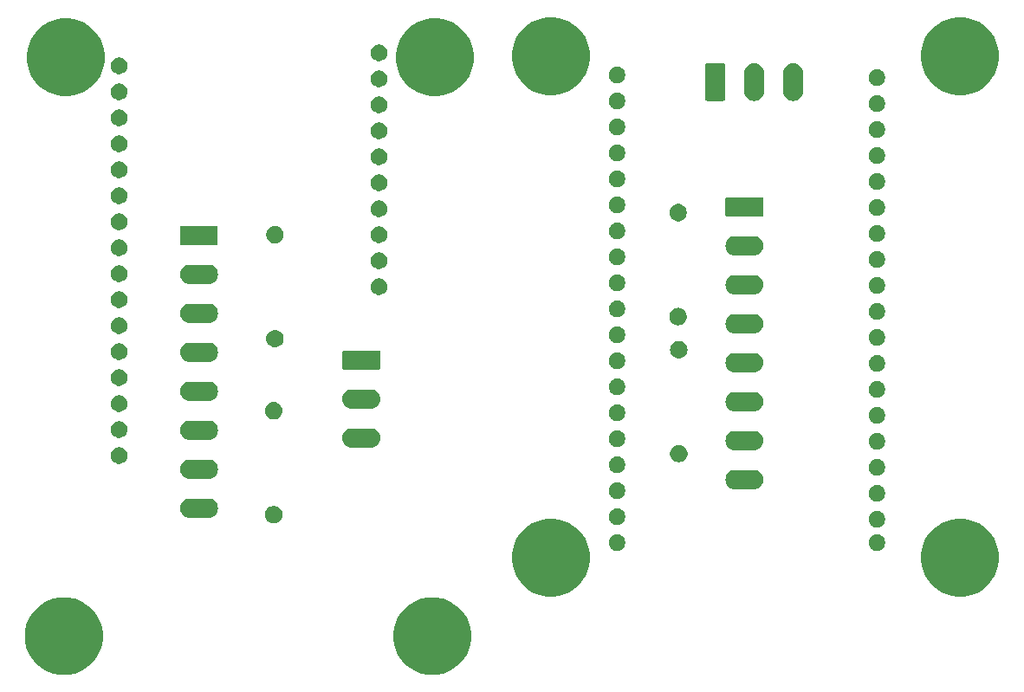
<source format=gts>
G04 #@! TF.GenerationSoftware,KiCad,Pcbnew,5.0.2+dfsg1-1*
G04 #@! TF.CreationDate,2019-04-19T11:15:25+12:00*
G04 #@! TF.ProjectId,esp_sens,6573705f-7365-46e7-932e-6b696361645f,rev?*
G04 #@! TF.SameCoordinates,Original*
G04 #@! TF.FileFunction,Soldermask,Top*
G04 #@! TF.FilePolarity,Negative*
%FSLAX46Y46*%
G04 Gerber Fmt 4.6, Leading zero omitted, Abs format (unit mm)*
G04 Created by KiCad (PCBNEW 5.0.2+dfsg1-1) date Fri 19 Apr 2019 11:15:25 NZST*
%MOMM*%
%LPD*%
G01*
G04 APERTURE LIST*
%ADD10C,0.100000*%
G04 APERTURE END LIST*
D10*
G36*
X148365210Y-104104570D02*
X149056947Y-104391097D01*
X149679499Y-104807073D01*
X150208927Y-105336501D01*
X150624903Y-105959053D01*
X150911430Y-106650790D01*
X151057500Y-107385133D01*
X151057500Y-108133867D01*
X150911430Y-108868210D01*
X150624903Y-109559947D01*
X150208927Y-110182499D01*
X149679499Y-110711927D01*
X149056947Y-111127903D01*
X148365210Y-111414430D01*
X147630867Y-111560500D01*
X146882133Y-111560500D01*
X146147790Y-111414430D01*
X145456053Y-111127903D01*
X144833501Y-110711927D01*
X144304073Y-110182499D01*
X143888097Y-109559947D01*
X143601570Y-108868210D01*
X143455500Y-108133867D01*
X143455500Y-107385133D01*
X143601570Y-106650790D01*
X143888097Y-105959053D01*
X144304073Y-105336501D01*
X144833501Y-104807073D01*
X145456053Y-104391097D01*
X146147790Y-104104570D01*
X146882133Y-103958500D01*
X147630867Y-103958500D01*
X148365210Y-104104570D01*
X148365210Y-104104570D01*
G37*
G36*
X112360710Y-104104570D02*
X113052447Y-104391097D01*
X113674999Y-104807073D01*
X114204427Y-105336501D01*
X114620403Y-105959053D01*
X114906930Y-106650790D01*
X115053000Y-107385133D01*
X115053000Y-108133867D01*
X114906930Y-108868210D01*
X114620403Y-109559947D01*
X114204427Y-110182499D01*
X113674999Y-110711927D01*
X113052447Y-111127903D01*
X112360710Y-111414430D01*
X111626367Y-111560500D01*
X110877633Y-111560500D01*
X110143290Y-111414430D01*
X109451553Y-111127903D01*
X108829001Y-110711927D01*
X108299573Y-110182499D01*
X107883597Y-109559947D01*
X107597070Y-108868210D01*
X107451000Y-108133867D01*
X107451000Y-107385133D01*
X107597070Y-106650790D01*
X107883597Y-105959053D01*
X108299573Y-105336501D01*
X108829001Y-104807073D01*
X109451553Y-104391097D01*
X110143290Y-104104570D01*
X110877633Y-103958500D01*
X111626367Y-103958500D01*
X112360710Y-104104570D01*
X112360710Y-104104570D01*
G37*
G36*
X199958710Y-96421070D02*
X200650447Y-96707597D01*
X201272999Y-97123573D01*
X201802427Y-97653001D01*
X202218403Y-98275553D01*
X202504930Y-98967290D01*
X202651000Y-99701633D01*
X202651000Y-100450367D01*
X202504930Y-101184710D01*
X202218403Y-101876447D01*
X201802427Y-102498999D01*
X201272999Y-103028427D01*
X200650447Y-103444403D01*
X199958710Y-103730930D01*
X199224367Y-103877000D01*
X198475633Y-103877000D01*
X197741290Y-103730930D01*
X197049553Y-103444403D01*
X196427001Y-103028427D01*
X195897573Y-102498999D01*
X195481597Y-101876447D01*
X195195070Y-101184710D01*
X195049000Y-100450367D01*
X195049000Y-99701633D01*
X195195070Y-98967290D01*
X195481597Y-98275553D01*
X195897573Y-97653001D01*
X196427001Y-97123573D01*
X197049553Y-96707597D01*
X197741290Y-96421070D01*
X198475633Y-96275000D01*
X199224367Y-96275000D01*
X199958710Y-96421070D01*
X199958710Y-96421070D01*
G37*
G36*
X159953710Y-96421070D02*
X160645447Y-96707597D01*
X161267999Y-97123573D01*
X161797427Y-97653001D01*
X162213403Y-98275553D01*
X162499930Y-98967290D01*
X162646000Y-99701633D01*
X162646000Y-100450367D01*
X162499930Y-101184710D01*
X162213403Y-101876447D01*
X161797427Y-102498999D01*
X161267999Y-103028427D01*
X160645447Y-103444403D01*
X159953710Y-103730930D01*
X159219367Y-103877000D01*
X158470633Y-103877000D01*
X157736290Y-103730930D01*
X157044553Y-103444403D01*
X156422001Y-103028427D01*
X155892573Y-102498999D01*
X155476597Y-101876447D01*
X155190070Y-101184710D01*
X155044000Y-100450367D01*
X155044000Y-99701633D01*
X155190070Y-98967290D01*
X155476597Y-98275553D01*
X155892573Y-97653001D01*
X156422001Y-97123573D01*
X157044553Y-96707597D01*
X157736290Y-96421070D01*
X158470633Y-96275000D01*
X159219367Y-96275000D01*
X159953710Y-96421070D01*
X159953710Y-96421070D01*
G37*
G36*
X165559142Y-97833742D02*
X165707102Y-97895030D01*
X165840258Y-97984002D01*
X165953498Y-98097242D01*
X166042470Y-98230398D01*
X166103758Y-98378358D01*
X166135000Y-98535425D01*
X166135000Y-98695575D01*
X166103758Y-98852642D01*
X166042470Y-99000602D01*
X165953498Y-99133758D01*
X165840258Y-99246998D01*
X165707102Y-99335970D01*
X165559142Y-99397258D01*
X165402075Y-99428500D01*
X165241925Y-99428500D01*
X165084858Y-99397258D01*
X164936898Y-99335970D01*
X164803742Y-99246998D01*
X164690502Y-99133758D01*
X164601530Y-99000602D01*
X164540242Y-98852642D01*
X164509000Y-98695575D01*
X164509000Y-98535425D01*
X164540242Y-98378358D01*
X164601530Y-98230398D01*
X164690502Y-98097242D01*
X164803742Y-97984002D01*
X164936898Y-97895030D01*
X165084858Y-97833742D01*
X165241925Y-97802500D01*
X165402075Y-97802500D01*
X165559142Y-97833742D01*
X165559142Y-97833742D01*
G37*
G36*
X190959142Y-97833742D02*
X191107102Y-97895030D01*
X191240258Y-97984002D01*
X191353498Y-98097242D01*
X191442470Y-98230398D01*
X191503758Y-98378358D01*
X191535000Y-98535425D01*
X191535000Y-98695575D01*
X191503758Y-98852642D01*
X191442470Y-99000602D01*
X191353498Y-99133758D01*
X191240258Y-99246998D01*
X191107102Y-99335970D01*
X190959142Y-99397258D01*
X190802075Y-99428500D01*
X190641925Y-99428500D01*
X190484858Y-99397258D01*
X190336898Y-99335970D01*
X190203742Y-99246998D01*
X190090502Y-99133758D01*
X190001530Y-99000602D01*
X189940242Y-98852642D01*
X189909000Y-98695575D01*
X189909000Y-98535425D01*
X189940242Y-98378358D01*
X190001530Y-98230398D01*
X190090502Y-98097242D01*
X190203742Y-97984002D01*
X190336898Y-97895030D01*
X190484858Y-97833742D01*
X190641925Y-97802500D01*
X190802075Y-97802500D01*
X190959142Y-97833742D01*
X190959142Y-97833742D01*
G37*
G36*
X190959142Y-95547742D02*
X191107102Y-95609030D01*
X191148621Y-95636772D01*
X191240257Y-95698001D01*
X191353499Y-95811243D01*
X191397683Y-95877370D01*
X191442470Y-95944398D01*
X191503758Y-96092358D01*
X191535000Y-96249425D01*
X191535000Y-96409575D01*
X191503758Y-96566642D01*
X191442470Y-96714602D01*
X191353498Y-96847758D01*
X191240258Y-96960998D01*
X191107102Y-97049970D01*
X190959142Y-97111258D01*
X190802075Y-97142500D01*
X190641925Y-97142500D01*
X190484858Y-97111258D01*
X190336898Y-97049970D01*
X190203742Y-96960998D01*
X190090502Y-96847758D01*
X190001530Y-96714602D01*
X189940242Y-96566642D01*
X189909000Y-96409575D01*
X189909000Y-96249425D01*
X189940242Y-96092358D01*
X190001530Y-95944398D01*
X190046317Y-95877370D01*
X190090501Y-95811243D01*
X190203743Y-95698001D01*
X190295379Y-95636772D01*
X190336898Y-95609030D01*
X190484858Y-95547742D01*
X190641925Y-95516500D01*
X190802075Y-95516500D01*
X190959142Y-95547742D01*
X190959142Y-95547742D01*
G37*
G36*
X165559142Y-95293742D02*
X165707102Y-95355030D01*
X165774130Y-95399817D01*
X165828925Y-95436429D01*
X165840258Y-95444002D01*
X165953498Y-95557242D01*
X166042470Y-95690398D01*
X166103758Y-95838358D01*
X166135000Y-95995425D01*
X166135000Y-96155575D01*
X166103758Y-96312642D01*
X166063607Y-96409574D01*
X166042471Y-96460600D01*
X165953499Y-96593757D01*
X165840257Y-96706999D01*
X165774130Y-96751183D01*
X165707102Y-96795970D01*
X165559142Y-96857258D01*
X165402075Y-96888500D01*
X165241925Y-96888500D01*
X165084858Y-96857258D01*
X164936898Y-96795970D01*
X164869870Y-96751183D01*
X164803743Y-96706999D01*
X164690501Y-96593757D01*
X164601529Y-96460600D01*
X164580393Y-96409574D01*
X164540242Y-96312642D01*
X164509000Y-96155575D01*
X164509000Y-95995425D01*
X164540242Y-95838358D01*
X164601530Y-95690398D01*
X164690502Y-95557242D01*
X164803742Y-95444002D01*
X164815076Y-95436429D01*
X164869870Y-95399817D01*
X164936898Y-95355030D01*
X165084858Y-95293742D01*
X165241925Y-95262500D01*
X165402075Y-95262500D01*
X165559142Y-95293742D01*
X165559142Y-95293742D01*
G37*
G36*
X132010728Y-95066703D02*
X132165600Y-95130853D01*
X132304981Y-95223985D01*
X132423515Y-95342519D01*
X132516647Y-95481900D01*
X132580797Y-95636772D01*
X132613500Y-95801184D01*
X132613500Y-95968816D01*
X132580797Y-96133228D01*
X132516647Y-96288100D01*
X132423515Y-96427481D01*
X132304981Y-96546015D01*
X132165600Y-96639147D01*
X132010728Y-96703297D01*
X131846316Y-96736000D01*
X131678684Y-96736000D01*
X131514272Y-96703297D01*
X131359400Y-96639147D01*
X131220019Y-96546015D01*
X131101485Y-96427481D01*
X131008353Y-96288100D01*
X130944203Y-96133228D01*
X130911500Y-95968816D01*
X130911500Y-95801184D01*
X130944203Y-95636772D01*
X131008353Y-95481900D01*
X131101485Y-95342519D01*
X131220019Y-95223985D01*
X131359400Y-95130853D01*
X131514272Y-95066703D01*
X131678684Y-95034000D01*
X131846316Y-95034000D01*
X132010728Y-95066703D01*
X132010728Y-95066703D01*
G37*
G36*
X125546425Y-94312760D02*
X125546428Y-94312761D01*
X125546429Y-94312761D01*
X125725693Y-94367140D01*
X125725695Y-94367141D01*
X125890905Y-94455448D01*
X126035712Y-94574288D01*
X126154552Y-94719095D01*
X126242859Y-94884305D01*
X126297240Y-95063575D01*
X126315601Y-95250000D01*
X126297240Y-95436425D01*
X126297239Y-95436428D01*
X126297239Y-95436429D01*
X126260591Y-95557243D01*
X126242859Y-95615695D01*
X126154552Y-95780905D01*
X126035712Y-95925712D01*
X125890905Y-96044552D01*
X125801467Y-96092358D01*
X125725693Y-96132860D01*
X125546429Y-96187239D01*
X125546428Y-96187239D01*
X125546425Y-96187240D01*
X125406718Y-96201000D01*
X123513282Y-96201000D01*
X123373575Y-96187240D01*
X123373572Y-96187239D01*
X123373571Y-96187239D01*
X123194307Y-96132860D01*
X123118533Y-96092358D01*
X123029095Y-96044552D01*
X122884288Y-95925712D01*
X122765448Y-95780905D01*
X122677141Y-95615695D01*
X122659410Y-95557243D01*
X122622761Y-95436429D01*
X122622761Y-95436428D01*
X122622760Y-95436425D01*
X122604399Y-95250000D01*
X122622760Y-95063575D01*
X122677141Y-94884305D01*
X122765448Y-94719095D01*
X122884288Y-94574288D01*
X123029095Y-94455448D01*
X123194305Y-94367141D01*
X123194307Y-94367140D01*
X123373571Y-94312761D01*
X123373572Y-94312761D01*
X123373575Y-94312760D01*
X123513282Y-94299000D01*
X125406718Y-94299000D01*
X125546425Y-94312760D01*
X125546425Y-94312760D01*
G37*
G36*
X190959142Y-93007742D02*
X191107102Y-93069030D01*
X191174130Y-93113817D01*
X191240257Y-93158001D01*
X191353499Y-93271243D01*
X191397683Y-93337370D01*
X191442470Y-93404398D01*
X191503758Y-93552358D01*
X191535000Y-93709425D01*
X191535000Y-93869575D01*
X191503758Y-94026642D01*
X191492526Y-94053757D01*
X191442471Y-94174600D01*
X191353499Y-94307757D01*
X191240257Y-94420999D01*
X191188700Y-94455448D01*
X191107102Y-94509970D01*
X190959142Y-94571258D01*
X190802075Y-94602500D01*
X190641925Y-94602500D01*
X190484858Y-94571258D01*
X190336898Y-94509970D01*
X190255300Y-94455448D01*
X190203743Y-94420999D01*
X190090501Y-94307757D01*
X190001529Y-94174600D01*
X189951474Y-94053757D01*
X189940242Y-94026642D01*
X189909000Y-93869575D01*
X189909000Y-93709425D01*
X189940242Y-93552358D01*
X190001530Y-93404398D01*
X190046317Y-93337370D01*
X190090501Y-93271243D01*
X190203743Y-93158001D01*
X190269870Y-93113817D01*
X190336898Y-93069030D01*
X190484858Y-93007742D01*
X190641925Y-92976500D01*
X190802075Y-92976500D01*
X190959142Y-93007742D01*
X190959142Y-93007742D01*
G37*
G36*
X165559142Y-92753742D02*
X165707102Y-92815030D01*
X165840258Y-92904002D01*
X165953498Y-93017242D01*
X166042470Y-93150398D01*
X166103758Y-93298358D01*
X166135000Y-93455425D01*
X166135000Y-93615575D01*
X166103758Y-93772642D01*
X166063607Y-93869574D01*
X166042471Y-93920600D01*
X165971617Y-94026642D01*
X165953498Y-94053758D01*
X165840258Y-94166998D01*
X165707102Y-94255970D01*
X165559142Y-94317258D01*
X165402075Y-94348500D01*
X165241925Y-94348500D01*
X165084858Y-94317258D01*
X164936898Y-94255970D01*
X164803742Y-94166998D01*
X164690502Y-94053758D01*
X164672384Y-94026642D01*
X164601529Y-93920600D01*
X164580393Y-93869574D01*
X164540242Y-93772642D01*
X164509000Y-93615575D01*
X164509000Y-93455425D01*
X164540242Y-93298358D01*
X164601530Y-93150398D01*
X164690502Y-93017242D01*
X164803742Y-92904002D01*
X164936898Y-92815030D01*
X165084858Y-92753742D01*
X165241925Y-92722500D01*
X165402075Y-92722500D01*
X165559142Y-92753742D01*
X165559142Y-92753742D01*
G37*
G36*
X178854425Y-91518760D02*
X178854428Y-91518761D01*
X178854429Y-91518761D01*
X179033693Y-91573140D01*
X179033695Y-91573141D01*
X179198905Y-91661448D01*
X179343712Y-91780288D01*
X179462552Y-91925095D01*
X179462553Y-91925097D01*
X179550860Y-92090307D01*
X179594616Y-92234552D01*
X179605240Y-92269575D01*
X179623601Y-92456000D01*
X179605240Y-92642425D01*
X179605239Y-92642428D01*
X179605239Y-92642429D01*
X179571473Y-92753742D01*
X179550859Y-92821695D01*
X179462552Y-92986905D01*
X179343712Y-93131712D01*
X179198905Y-93250552D01*
X179109467Y-93298358D01*
X179033693Y-93338860D01*
X178854429Y-93393239D01*
X178854428Y-93393239D01*
X178854425Y-93393240D01*
X178714718Y-93407000D01*
X176821282Y-93407000D01*
X176681575Y-93393240D01*
X176681572Y-93393239D01*
X176681571Y-93393239D01*
X176502307Y-93338860D01*
X176426533Y-93298358D01*
X176337095Y-93250552D01*
X176192288Y-93131712D01*
X176073448Y-92986905D01*
X175985141Y-92821695D01*
X175964528Y-92753742D01*
X175930761Y-92642429D01*
X175930761Y-92642428D01*
X175930760Y-92642425D01*
X175912399Y-92456000D01*
X175930760Y-92269575D01*
X175941384Y-92234552D01*
X175985140Y-92090307D01*
X176073447Y-91925097D01*
X176073448Y-91925095D01*
X176192288Y-91780288D01*
X176337095Y-91661448D01*
X176502305Y-91573141D01*
X176502307Y-91573140D01*
X176681571Y-91518761D01*
X176681572Y-91518761D01*
X176681575Y-91518760D01*
X176821282Y-91505000D01*
X178714718Y-91505000D01*
X178854425Y-91518760D01*
X178854425Y-91518760D01*
G37*
G36*
X125546425Y-90502760D02*
X125546428Y-90502761D01*
X125546429Y-90502761D01*
X125725693Y-90557140D01*
X125725695Y-90557141D01*
X125890905Y-90645448D01*
X126035712Y-90764288D01*
X126154552Y-90909095D01*
X126154553Y-90909097D01*
X126242860Y-91074307D01*
X126297239Y-91253571D01*
X126297240Y-91253575D01*
X126315601Y-91440000D01*
X126297240Y-91626425D01*
X126297239Y-91626428D01*
X126297239Y-91626429D01*
X126250567Y-91780288D01*
X126242859Y-91805695D01*
X126154552Y-91970905D01*
X126035712Y-92115712D01*
X125890905Y-92234552D01*
X125890903Y-92234553D01*
X125725693Y-92322860D01*
X125546429Y-92377239D01*
X125546428Y-92377239D01*
X125546425Y-92377240D01*
X125406718Y-92391000D01*
X123513282Y-92391000D01*
X123373575Y-92377240D01*
X123373572Y-92377239D01*
X123373571Y-92377239D01*
X123194307Y-92322860D01*
X123029097Y-92234553D01*
X123029095Y-92234552D01*
X122884288Y-92115712D01*
X122765448Y-91970905D01*
X122677141Y-91805695D01*
X122669434Y-91780288D01*
X122622761Y-91626429D01*
X122622761Y-91626428D01*
X122622760Y-91626425D01*
X122604399Y-91440000D01*
X122622760Y-91253575D01*
X122622761Y-91253571D01*
X122677140Y-91074307D01*
X122765447Y-90909097D01*
X122765448Y-90909095D01*
X122884288Y-90764288D01*
X123029095Y-90645448D01*
X123194305Y-90557141D01*
X123194307Y-90557140D01*
X123373571Y-90502761D01*
X123373572Y-90502761D01*
X123373575Y-90502760D01*
X123513282Y-90489000D01*
X125406718Y-90489000D01*
X125546425Y-90502760D01*
X125546425Y-90502760D01*
G37*
G36*
X190959142Y-90467742D02*
X191107102Y-90529030D01*
X191149173Y-90557141D01*
X191240257Y-90618001D01*
X191353499Y-90731243D01*
X191375579Y-90764288D01*
X191442470Y-90864398D01*
X191503758Y-91012358D01*
X191535000Y-91169425D01*
X191535000Y-91329575D01*
X191503758Y-91486642D01*
X191467929Y-91573140D01*
X191445856Y-91626429D01*
X191442470Y-91634602D01*
X191353498Y-91767758D01*
X191240258Y-91880998D01*
X191107102Y-91969970D01*
X190959142Y-92031258D01*
X190802075Y-92062500D01*
X190641925Y-92062500D01*
X190484858Y-92031258D01*
X190336898Y-91969970D01*
X190203742Y-91880998D01*
X190090502Y-91767758D01*
X190001530Y-91634602D01*
X189998145Y-91626429D01*
X189976071Y-91573140D01*
X189940242Y-91486642D01*
X189909000Y-91329575D01*
X189909000Y-91169425D01*
X189940242Y-91012358D01*
X190001530Y-90864398D01*
X190068421Y-90764288D01*
X190090501Y-90731243D01*
X190203743Y-90618001D01*
X190294827Y-90557141D01*
X190336898Y-90529030D01*
X190484858Y-90467742D01*
X190641925Y-90436500D01*
X190802075Y-90436500D01*
X190959142Y-90467742D01*
X190959142Y-90467742D01*
G37*
G36*
X165559142Y-90213742D02*
X165707102Y-90275030D01*
X165773057Y-90319100D01*
X165840257Y-90364001D01*
X165953499Y-90477243D01*
X165963092Y-90491600D01*
X166042470Y-90610398D01*
X166103758Y-90758358D01*
X166135000Y-90915425D01*
X166135000Y-91075575D01*
X166103758Y-91232642D01*
X166042470Y-91380602D01*
X165997683Y-91447630D01*
X165953499Y-91513757D01*
X165840257Y-91626999D01*
X165788700Y-91661448D01*
X165707102Y-91715970D01*
X165559142Y-91777258D01*
X165402075Y-91808500D01*
X165241925Y-91808500D01*
X165084858Y-91777258D01*
X164936898Y-91715970D01*
X164855300Y-91661448D01*
X164803743Y-91626999D01*
X164690501Y-91513757D01*
X164646317Y-91447630D01*
X164601530Y-91380602D01*
X164540242Y-91232642D01*
X164509000Y-91075575D01*
X164509000Y-90915425D01*
X164540242Y-90758358D01*
X164601530Y-90610398D01*
X164680908Y-90491600D01*
X164690501Y-90477243D01*
X164803743Y-90364001D01*
X164870943Y-90319100D01*
X164936898Y-90275030D01*
X165084858Y-90213742D01*
X165241925Y-90182500D01*
X165402075Y-90182500D01*
X165559142Y-90213742D01*
X165559142Y-90213742D01*
G37*
G36*
X116886642Y-89324742D02*
X117034602Y-89386030D01*
X117100363Y-89429970D01*
X117116202Y-89440553D01*
X117167758Y-89475002D01*
X117280998Y-89588242D01*
X117369970Y-89721398D01*
X117431258Y-89869358D01*
X117462500Y-90026425D01*
X117462500Y-90186575D01*
X117431258Y-90343642D01*
X117422824Y-90364002D01*
X117369971Y-90491600D01*
X117280999Y-90624757D01*
X117167757Y-90737999D01*
X117101630Y-90782183D01*
X117034602Y-90826970D01*
X116886642Y-90888258D01*
X116729575Y-90919500D01*
X116569425Y-90919500D01*
X116412358Y-90888258D01*
X116264398Y-90826970D01*
X116197370Y-90782183D01*
X116131243Y-90737999D01*
X116018001Y-90624757D01*
X115929029Y-90491600D01*
X115876176Y-90364002D01*
X115867742Y-90343642D01*
X115836500Y-90186575D01*
X115836500Y-90026425D01*
X115867742Y-89869358D01*
X115929030Y-89721398D01*
X116018002Y-89588242D01*
X116131242Y-89475002D01*
X116182799Y-89440553D01*
X116198637Y-89429970D01*
X116264398Y-89386030D01*
X116412358Y-89324742D01*
X116569425Y-89293500D01*
X116729575Y-89293500D01*
X116886642Y-89324742D01*
X116886642Y-89324742D01*
G37*
G36*
X171602728Y-89097703D02*
X171757600Y-89161853D01*
X171896981Y-89254985D01*
X172015515Y-89373519D01*
X172108647Y-89512900D01*
X172172797Y-89667772D01*
X172205500Y-89832184D01*
X172205500Y-89999816D01*
X172172797Y-90164228D01*
X172108647Y-90319100D01*
X172015515Y-90458481D01*
X171896981Y-90577015D01*
X171757600Y-90670147D01*
X171602728Y-90734297D01*
X171438316Y-90767000D01*
X171270684Y-90767000D01*
X171106272Y-90734297D01*
X170951400Y-90670147D01*
X170812019Y-90577015D01*
X170693485Y-90458481D01*
X170600353Y-90319100D01*
X170536203Y-90164228D01*
X170503500Y-89999816D01*
X170503500Y-89832184D01*
X170536203Y-89667772D01*
X170600353Y-89512900D01*
X170693485Y-89373519D01*
X170812019Y-89254985D01*
X170951400Y-89161853D01*
X171106272Y-89097703D01*
X171270684Y-89065000D01*
X171438316Y-89065000D01*
X171602728Y-89097703D01*
X171602728Y-89097703D01*
G37*
G36*
X178854425Y-87708760D02*
X178854428Y-87708761D01*
X178854429Y-87708761D01*
X179033693Y-87763140D01*
X179033695Y-87763141D01*
X179198905Y-87851448D01*
X179343712Y-87970288D01*
X179462552Y-88115095D01*
X179462553Y-88115097D01*
X179550860Y-88280307D01*
X179594616Y-88424552D01*
X179605240Y-88459575D01*
X179623601Y-88646000D01*
X179605240Y-88832425D01*
X179605239Y-88832428D01*
X179605239Y-88832429D01*
X179562368Y-88973757D01*
X179550859Y-89011695D01*
X179462552Y-89176905D01*
X179343712Y-89321712D01*
X179198905Y-89440552D01*
X179198903Y-89440553D01*
X179033693Y-89528860D01*
X178854429Y-89583239D01*
X178854428Y-89583239D01*
X178854425Y-89583240D01*
X178714718Y-89597000D01*
X176821282Y-89597000D01*
X176681575Y-89583240D01*
X176681572Y-89583239D01*
X176681571Y-89583239D01*
X176502307Y-89528860D01*
X176337097Y-89440553D01*
X176337095Y-89440552D01*
X176192288Y-89321712D01*
X176073448Y-89176905D01*
X175985141Y-89011695D01*
X175973633Y-88973757D01*
X175930761Y-88832429D01*
X175930761Y-88832428D01*
X175930760Y-88832425D01*
X175912399Y-88646000D01*
X175930760Y-88459575D01*
X175941384Y-88424552D01*
X175985140Y-88280307D01*
X176073447Y-88115097D01*
X176073448Y-88115095D01*
X176192288Y-87970288D01*
X176337095Y-87851448D01*
X176502305Y-87763141D01*
X176502307Y-87763140D01*
X176681571Y-87708761D01*
X176681572Y-87708761D01*
X176681575Y-87708760D01*
X176821282Y-87695000D01*
X178714718Y-87695000D01*
X178854425Y-87708760D01*
X178854425Y-87708760D01*
G37*
G36*
X190959142Y-87927742D02*
X191107102Y-87989030D01*
X191162888Y-88026305D01*
X191240257Y-88078001D01*
X191353499Y-88191243D01*
X191397683Y-88257370D01*
X191442470Y-88324398D01*
X191503758Y-88472358D01*
X191535000Y-88629425D01*
X191535000Y-88789575D01*
X191503758Y-88946642D01*
X191442470Y-89094602D01*
X191353498Y-89227758D01*
X191240258Y-89340998D01*
X191107102Y-89429970D01*
X190959142Y-89491258D01*
X190802075Y-89522500D01*
X190641925Y-89522500D01*
X190484858Y-89491258D01*
X190336898Y-89429970D01*
X190203742Y-89340998D01*
X190090502Y-89227758D01*
X190001530Y-89094602D01*
X189940242Y-88946642D01*
X189909000Y-88789575D01*
X189909000Y-88629425D01*
X189940242Y-88472358D01*
X190001530Y-88324398D01*
X190046317Y-88257370D01*
X190090501Y-88191243D01*
X190203743Y-88078001D01*
X190281112Y-88026305D01*
X190336898Y-87989030D01*
X190484858Y-87927742D01*
X190641925Y-87896500D01*
X190802075Y-87896500D01*
X190959142Y-87927742D01*
X190959142Y-87927742D01*
G37*
G36*
X141421425Y-87454760D02*
X141421428Y-87454761D01*
X141421429Y-87454761D01*
X141600693Y-87509140D01*
X141600695Y-87509141D01*
X141765905Y-87597448D01*
X141910712Y-87716288D01*
X142029552Y-87861095D01*
X142117859Y-88026305D01*
X142117860Y-88026307D01*
X142169942Y-88197998D01*
X142172240Y-88205575D01*
X142190601Y-88392000D01*
X142172240Y-88578425D01*
X142172239Y-88578428D01*
X142172239Y-88578429D01*
X142137593Y-88692643D01*
X142117859Y-88757695D01*
X142029552Y-88922905D01*
X141910712Y-89067712D01*
X141765905Y-89186552D01*
X141612592Y-89268500D01*
X141600693Y-89274860D01*
X141421429Y-89329239D01*
X141421428Y-89329239D01*
X141421425Y-89329240D01*
X141281718Y-89343000D01*
X139388282Y-89343000D01*
X139248575Y-89329240D01*
X139248572Y-89329239D01*
X139248571Y-89329239D01*
X139069307Y-89274860D01*
X139057408Y-89268500D01*
X138904095Y-89186552D01*
X138759288Y-89067712D01*
X138640448Y-88922905D01*
X138552141Y-88757695D01*
X138532408Y-88692643D01*
X138497761Y-88578429D01*
X138497761Y-88578428D01*
X138497760Y-88578425D01*
X138479399Y-88392000D01*
X138497760Y-88205575D01*
X138500058Y-88197998D01*
X138552140Y-88026307D01*
X138552141Y-88026305D01*
X138640448Y-87861095D01*
X138759288Y-87716288D01*
X138904095Y-87597448D01*
X139069305Y-87509141D01*
X139069307Y-87509140D01*
X139248571Y-87454761D01*
X139248572Y-87454761D01*
X139248575Y-87454760D01*
X139388282Y-87441000D01*
X141281718Y-87441000D01*
X141421425Y-87454760D01*
X141421425Y-87454760D01*
G37*
G36*
X165559142Y-87673742D02*
X165707102Y-87735030D01*
X165749173Y-87763141D01*
X165828925Y-87816429D01*
X165840258Y-87824002D01*
X165953498Y-87937242D01*
X166042470Y-88070398D01*
X166103758Y-88218358D01*
X166135000Y-88375425D01*
X166135000Y-88535575D01*
X166103758Y-88692642D01*
X166063607Y-88789574D01*
X166042471Y-88840600D01*
X165953499Y-88973757D01*
X165840257Y-89086999D01*
X165774130Y-89131183D01*
X165707102Y-89175970D01*
X165559142Y-89237258D01*
X165402075Y-89268500D01*
X165241925Y-89268500D01*
X165084858Y-89237258D01*
X164936898Y-89175970D01*
X164869870Y-89131183D01*
X164803743Y-89086999D01*
X164690501Y-88973757D01*
X164601529Y-88840600D01*
X164580393Y-88789574D01*
X164540242Y-88692642D01*
X164509000Y-88535575D01*
X164509000Y-88375425D01*
X164540242Y-88218358D01*
X164601530Y-88070398D01*
X164690502Y-87937242D01*
X164803742Y-87824002D01*
X164815076Y-87816429D01*
X164894827Y-87763141D01*
X164936898Y-87735030D01*
X165084858Y-87673742D01*
X165241925Y-87642500D01*
X165402075Y-87642500D01*
X165559142Y-87673742D01*
X165559142Y-87673742D01*
G37*
G36*
X125546425Y-86692760D02*
X125546428Y-86692761D01*
X125546429Y-86692761D01*
X125725693Y-86747140D01*
X125725695Y-86747141D01*
X125890905Y-86835448D01*
X126035712Y-86954288D01*
X126154552Y-87099095D01*
X126154553Y-87099097D01*
X126242860Y-87264307D01*
X126262593Y-87329358D01*
X126297240Y-87443575D01*
X126315601Y-87630000D01*
X126297240Y-87816425D01*
X126297239Y-87816428D01*
X126297239Y-87816429D01*
X126250567Y-87970288D01*
X126242859Y-87995695D01*
X126154552Y-88160905D01*
X126035712Y-88305712D01*
X125890905Y-88424552D01*
X125801467Y-88472358D01*
X125725693Y-88512860D01*
X125546429Y-88567239D01*
X125546428Y-88567239D01*
X125546425Y-88567240D01*
X125406718Y-88581000D01*
X123513282Y-88581000D01*
X123373575Y-88567240D01*
X123373572Y-88567239D01*
X123373571Y-88567239D01*
X123194307Y-88512860D01*
X123118533Y-88472358D01*
X123029095Y-88424552D01*
X122884288Y-88305712D01*
X122765448Y-88160905D01*
X122677141Y-87995695D01*
X122669434Y-87970288D01*
X122622761Y-87816429D01*
X122622761Y-87816428D01*
X122622760Y-87816425D01*
X122604399Y-87630000D01*
X122622760Y-87443575D01*
X122657407Y-87329358D01*
X122677140Y-87264307D01*
X122765447Y-87099097D01*
X122765448Y-87099095D01*
X122884288Y-86954288D01*
X123029095Y-86835448D01*
X123194305Y-86747141D01*
X123194307Y-86747140D01*
X123373571Y-86692761D01*
X123373572Y-86692761D01*
X123373575Y-86692760D01*
X123513282Y-86679000D01*
X125406718Y-86679000D01*
X125546425Y-86692760D01*
X125546425Y-86692760D01*
G37*
G36*
X116886642Y-86784742D02*
X117034602Y-86846030D01*
X117167758Y-86935002D01*
X117280998Y-87048242D01*
X117369970Y-87181398D01*
X117431258Y-87329358D01*
X117462500Y-87486425D01*
X117462500Y-87646575D01*
X117431258Y-87803642D01*
X117407460Y-87861095D01*
X117369971Y-87951600D01*
X117280999Y-88084757D01*
X117167757Y-88197999D01*
X117137289Y-88218357D01*
X117034602Y-88286970D01*
X116886642Y-88348258D01*
X116729575Y-88379500D01*
X116569425Y-88379500D01*
X116412358Y-88348258D01*
X116264398Y-88286970D01*
X116161711Y-88218357D01*
X116131243Y-88197999D01*
X116018001Y-88084757D01*
X115929029Y-87951600D01*
X115891540Y-87861095D01*
X115867742Y-87803642D01*
X115836500Y-87646575D01*
X115836500Y-87486425D01*
X115867742Y-87329358D01*
X115929030Y-87181398D01*
X116018002Y-87048242D01*
X116131242Y-86935002D01*
X116264398Y-86846030D01*
X116412358Y-86784742D01*
X116569425Y-86753500D01*
X116729575Y-86753500D01*
X116886642Y-86784742D01*
X116886642Y-86784742D01*
G37*
G36*
X190959142Y-85387742D02*
X191107102Y-85449030D01*
X191130793Y-85464860D01*
X191240257Y-85538001D01*
X191353499Y-85651243D01*
X191397683Y-85717370D01*
X191442470Y-85784398D01*
X191503758Y-85932358D01*
X191535000Y-86089425D01*
X191535000Y-86249575D01*
X191503758Y-86406642D01*
X191442470Y-86554602D01*
X191428172Y-86576000D01*
X191353499Y-86687757D01*
X191240257Y-86800999D01*
X191188700Y-86835448D01*
X191107102Y-86889970D01*
X190959142Y-86951258D01*
X190802075Y-86982500D01*
X190641925Y-86982500D01*
X190484858Y-86951258D01*
X190336898Y-86889970D01*
X190255300Y-86835448D01*
X190203743Y-86800999D01*
X190090501Y-86687757D01*
X190015828Y-86576000D01*
X190001530Y-86554602D01*
X189940242Y-86406642D01*
X189909000Y-86249575D01*
X189909000Y-86089425D01*
X189940242Y-85932358D01*
X190001530Y-85784398D01*
X190046317Y-85717370D01*
X190090501Y-85651243D01*
X190203743Y-85538001D01*
X190313207Y-85464860D01*
X190336898Y-85449030D01*
X190484858Y-85387742D01*
X190641925Y-85356500D01*
X190802075Y-85356500D01*
X190959142Y-85387742D01*
X190959142Y-85387742D01*
G37*
G36*
X165559142Y-85133742D02*
X165707102Y-85195030D01*
X165774130Y-85239817D01*
X165840257Y-85284001D01*
X165953499Y-85397243D01*
X165953845Y-85397761D01*
X166042470Y-85530398D01*
X166103758Y-85678358D01*
X166135000Y-85835425D01*
X166135000Y-85995575D01*
X166103758Y-86152642D01*
X166084109Y-86200078D01*
X166042471Y-86300600D01*
X165953499Y-86433757D01*
X165840257Y-86546999D01*
X165774130Y-86591183D01*
X165707102Y-86635970D01*
X165559142Y-86697258D01*
X165402075Y-86728500D01*
X165241925Y-86728500D01*
X165084858Y-86697258D01*
X164936898Y-86635970D01*
X164869870Y-86591183D01*
X164803743Y-86546999D01*
X164690501Y-86433757D01*
X164601529Y-86300600D01*
X164559891Y-86200078D01*
X164540242Y-86152642D01*
X164509000Y-85995575D01*
X164509000Y-85835425D01*
X164540242Y-85678358D01*
X164601530Y-85530398D01*
X164690155Y-85397761D01*
X164690501Y-85397243D01*
X164803743Y-85284001D01*
X164869870Y-85239817D01*
X164936898Y-85195030D01*
X165084858Y-85133742D01*
X165241925Y-85102500D01*
X165402075Y-85102500D01*
X165559142Y-85133742D01*
X165559142Y-85133742D01*
G37*
G36*
X131929321Y-84886313D02*
X131929324Y-84886314D01*
X131929325Y-84886314D01*
X132089739Y-84934975D01*
X132089741Y-84934976D01*
X132089744Y-84934977D01*
X132237578Y-85013995D01*
X132367159Y-85120341D01*
X132473505Y-85249922D01*
X132552523Y-85397756D01*
X132552524Y-85397759D01*
X132552525Y-85397761D01*
X132597116Y-85544758D01*
X132601187Y-85558179D01*
X132617617Y-85725000D01*
X132601187Y-85891821D01*
X132601186Y-85891824D01*
X132601186Y-85891825D01*
X132569714Y-85995575D01*
X132552523Y-86052244D01*
X132473505Y-86200078D01*
X132367159Y-86329659D01*
X132237578Y-86436005D01*
X132089744Y-86515023D01*
X132089741Y-86515024D01*
X132089739Y-86515025D01*
X131929325Y-86563686D01*
X131929324Y-86563686D01*
X131929321Y-86563687D01*
X131804304Y-86576000D01*
X131720696Y-86576000D01*
X131595679Y-86563687D01*
X131595676Y-86563686D01*
X131595675Y-86563686D01*
X131435261Y-86515025D01*
X131435259Y-86515024D01*
X131435256Y-86515023D01*
X131287422Y-86436005D01*
X131157841Y-86329659D01*
X131051495Y-86200078D01*
X130972477Y-86052244D01*
X130955287Y-85995575D01*
X130923814Y-85891825D01*
X130923814Y-85891824D01*
X130923813Y-85891821D01*
X130907383Y-85725000D01*
X130923813Y-85558179D01*
X130927884Y-85544758D01*
X130972475Y-85397761D01*
X130972476Y-85397759D01*
X130972477Y-85397756D01*
X131051495Y-85249922D01*
X131157841Y-85120341D01*
X131287422Y-85013995D01*
X131435256Y-84934977D01*
X131435259Y-84934976D01*
X131435261Y-84934975D01*
X131595675Y-84886314D01*
X131595676Y-84886314D01*
X131595679Y-84886313D01*
X131720696Y-84874000D01*
X131804304Y-84874000D01*
X131929321Y-84886313D01*
X131929321Y-84886313D01*
G37*
G36*
X116886642Y-84244742D02*
X117034602Y-84306030D01*
X117167758Y-84395002D01*
X117280998Y-84508242D01*
X117330282Y-84582000D01*
X117369971Y-84641400D01*
X117373357Y-84649575D01*
X117431258Y-84789358D01*
X117462500Y-84946425D01*
X117462500Y-85106575D01*
X117431258Y-85263642D01*
X117422824Y-85284002D01*
X117369971Y-85411600D01*
X117285513Y-85538002D01*
X117280998Y-85544758D01*
X117167758Y-85657998D01*
X117034602Y-85746970D01*
X116886642Y-85808258D01*
X116729575Y-85839500D01*
X116569425Y-85839500D01*
X116412358Y-85808258D01*
X116264398Y-85746970D01*
X116131242Y-85657998D01*
X116018002Y-85544758D01*
X116013488Y-85538002D01*
X115929029Y-85411600D01*
X115876176Y-85284002D01*
X115867742Y-85263642D01*
X115836500Y-85106575D01*
X115836500Y-84946425D01*
X115867742Y-84789358D01*
X115925643Y-84649575D01*
X115929029Y-84641400D01*
X115968719Y-84582000D01*
X116018002Y-84508242D01*
X116131242Y-84395002D01*
X116264398Y-84306030D01*
X116412358Y-84244742D01*
X116569425Y-84213500D01*
X116729575Y-84213500D01*
X116886642Y-84244742D01*
X116886642Y-84244742D01*
G37*
G36*
X178854425Y-83898760D02*
X178854428Y-83898761D01*
X178854429Y-83898761D01*
X179033693Y-83953140D01*
X179033695Y-83953141D01*
X179198905Y-84041448D01*
X179343712Y-84160288D01*
X179462552Y-84305095D01*
X179510913Y-84395571D01*
X179550860Y-84470307D01*
X179594616Y-84614552D01*
X179605240Y-84649575D01*
X179623601Y-84836000D01*
X179605240Y-85022425D01*
X179605239Y-85022428D01*
X179605239Y-85022429D01*
X179571473Y-85133742D01*
X179550859Y-85201695D01*
X179462552Y-85366905D01*
X179343712Y-85511712D01*
X179198905Y-85630552D01*
X179109467Y-85678358D01*
X179033693Y-85718860D01*
X178854429Y-85773239D01*
X178854428Y-85773239D01*
X178854425Y-85773240D01*
X178714718Y-85787000D01*
X176821282Y-85787000D01*
X176681575Y-85773240D01*
X176681572Y-85773239D01*
X176681571Y-85773239D01*
X176502307Y-85718860D01*
X176426533Y-85678358D01*
X176337095Y-85630552D01*
X176192288Y-85511712D01*
X176073448Y-85366905D01*
X175985141Y-85201695D01*
X175964528Y-85133742D01*
X175930761Y-85022429D01*
X175930761Y-85022428D01*
X175930760Y-85022425D01*
X175912399Y-84836000D01*
X175930760Y-84649575D01*
X175941384Y-84614552D01*
X175985140Y-84470307D01*
X176025087Y-84395571D01*
X176073448Y-84305095D01*
X176192288Y-84160288D01*
X176337095Y-84041448D01*
X176502305Y-83953141D01*
X176502307Y-83953140D01*
X176681571Y-83898761D01*
X176681572Y-83898761D01*
X176681575Y-83898760D01*
X176821282Y-83885000D01*
X178714718Y-83885000D01*
X178854425Y-83898760D01*
X178854425Y-83898760D01*
G37*
G36*
X141421425Y-83644760D02*
X141421428Y-83644761D01*
X141421429Y-83644761D01*
X141600693Y-83699140D01*
X141600695Y-83699141D01*
X141765905Y-83787448D01*
X141910712Y-83906288D01*
X142029552Y-84051095D01*
X142102997Y-84188500D01*
X142117860Y-84216307D01*
X142172066Y-84395001D01*
X142172240Y-84395575D01*
X142190601Y-84582000D01*
X142172240Y-84768425D01*
X142172239Y-84768428D01*
X142172239Y-84768429D01*
X142118245Y-84946425D01*
X142117859Y-84947695D01*
X142029552Y-85112905D01*
X141910712Y-85257712D01*
X141765905Y-85376552D01*
X141765903Y-85376553D01*
X141600693Y-85464860D01*
X141421429Y-85519239D01*
X141421428Y-85519239D01*
X141421425Y-85519240D01*
X141281718Y-85533000D01*
X139388282Y-85533000D01*
X139248575Y-85519240D01*
X139248572Y-85519239D01*
X139248571Y-85519239D01*
X139069307Y-85464860D01*
X138904097Y-85376553D01*
X138904095Y-85376552D01*
X138759288Y-85257712D01*
X138640448Y-85112905D01*
X138552141Y-84947695D01*
X138551756Y-84946425D01*
X138497761Y-84768429D01*
X138497761Y-84768428D01*
X138497760Y-84768425D01*
X138479399Y-84582000D01*
X138497760Y-84395575D01*
X138497934Y-84395001D01*
X138552140Y-84216307D01*
X138567003Y-84188500D01*
X138640448Y-84051095D01*
X138759288Y-83906288D01*
X138904095Y-83787448D01*
X139069305Y-83699141D01*
X139069307Y-83699140D01*
X139248571Y-83644761D01*
X139248572Y-83644761D01*
X139248575Y-83644760D01*
X139388282Y-83631000D01*
X141281718Y-83631000D01*
X141421425Y-83644760D01*
X141421425Y-83644760D01*
G37*
G36*
X125546425Y-82882760D02*
X125546428Y-82882761D01*
X125546429Y-82882761D01*
X125725693Y-82937140D01*
X125725695Y-82937141D01*
X125890905Y-83025448D01*
X126035712Y-83144288D01*
X126154552Y-83289095D01*
X126154553Y-83289097D01*
X126242860Y-83454307D01*
X126296459Y-83631000D01*
X126297240Y-83633575D01*
X126315601Y-83820000D01*
X126297240Y-84006425D01*
X126297239Y-84006428D01*
X126297239Y-84006429D01*
X126250567Y-84160288D01*
X126242859Y-84185695D01*
X126154552Y-84350905D01*
X126035712Y-84495712D01*
X125890905Y-84614552D01*
X125890903Y-84614553D01*
X125725693Y-84702860D01*
X125546429Y-84757239D01*
X125546428Y-84757239D01*
X125546425Y-84757240D01*
X125406718Y-84771000D01*
X123513282Y-84771000D01*
X123373575Y-84757240D01*
X123373572Y-84757239D01*
X123373571Y-84757239D01*
X123194307Y-84702860D01*
X123029097Y-84614553D01*
X123029095Y-84614552D01*
X122884288Y-84495712D01*
X122765448Y-84350905D01*
X122677141Y-84185695D01*
X122669434Y-84160288D01*
X122622761Y-84006429D01*
X122622761Y-84006428D01*
X122622760Y-84006425D01*
X122604399Y-83820000D01*
X122622760Y-83633575D01*
X122623541Y-83631000D01*
X122677140Y-83454307D01*
X122765447Y-83289097D01*
X122765448Y-83289095D01*
X122884288Y-83144288D01*
X123029095Y-83025448D01*
X123194305Y-82937141D01*
X123194307Y-82937140D01*
X123373571Y-82882761D01*
X123373572Y-82882761D01*
X123373575Y-82882760D01*
X123513282Y-82869000D01*
X125406718Y-82869000D01*
X125546425Y-82882760D01*
X125546425Y-82882760D01*
G37*
G36*
X190959142Y-82847742D02*
X191107102Y-82909030D01*
X191149173Y-82937141D01*
X191240257Y-82998001D01*
X191353499Y-83111243D01*
X191375579Y-83144288D01*
X191442470Y-83244398D01*
X191503758Y-83392358D01*
X191535000Y-83549425D01*
X191535000Y-83709575D01*
X191503758Y-83866642D01*
X191467929Y-83953140D01*
X191445856Y-84006429D01*
X191442470Y-84014602D01*
X191353498Y-84147758D01*
X191240258Y-84260998D01*
X191107102Y-84349970D01*
X190959142Y-84411258D01*
X190802075Y-84442500D01*
X190641925Y-84442500D01*
X190484858Y-84411258D01*
X190336898Y-84349970D01*
X190203742Y-84260998D01*
X190090502Y-84147758D01*
X190001530Y-84014602D01*
X189998145Y-84006429D01*
X189976071Y-83953140D01*
X189940242Y-83866642D01*
X189909000Y-83709575D01*
X189909000Y-83549425D01*
X189940242Y-83392358D01*
X190001530Y-83244398D01*
X190068421Y-83144288D01*
X190090501Y-83111243D01*
X190203743Y-82998001D01*
X190294827Y-82937141D01*
X190336898Y-82909030D01*
X190484858Y-82847742D01*
X190641925Y-82816500D01*
X190802075Y-82816500D01*
X190959142Y-82847742D01*
X190959142Y-82847742D01*
G37*
G36*
X165559142Y-82593742D02*
X165707102Y-82655030D01*
X165774130Y-82699817D01*
X165840257Y-82744001D01*
X165953499Y-82857243D01*
X165963092Y-82871600D01*
X166042470Y-82990398D01*
X166103758Y-83138358D01*
X166135000Y-83295425D01*
X166135000Y-83455575D01*
X166103758Y-83612642D01*
X166042470Y-83760602D01*
X165997683Y-83827630D01*
X165953499Y-83893757D01*
X165840257Y-84006999D01*
X165788700Y-84041448D01*
X165707102Y-84095970D01*
X165559142Y-84157258D01*
X165402075Y-84188500D01*
X165241925Y-84188500D01*
X165084858Y-84157258D01*
X164936898Y-84095970D01*
X164855300Y-84041448D01*
X164803743Y-84006999D01*
X164690501Y-83893757D01*
X164646317Y-83827630D01*
X164601530Y-83760602D01*
X164540242Y-83612642D01*
X164509000Y-83455575D01*
X164509000Y-83295425D01*
X164540242Y-83138358D01*
X164601530Y-82990398D01*
X164680908Y-82871600D01*
X164690501Y-82857243D01*
X164803743Y-82744001D01*
X164869870Y-82699817D01*
X164936898Y-82655030D01*
X165084858Y-82593742D01*
X165241925Y-82562500D01*
X165402075Y-82562500D01*
X165559142Y-82593742D01*
X165559142Y-82593742D01*
G37*
G36*
X116886642Y-81704742D02*
X117034602Y-81766030D01*
X117100363Y-81809970D01*
X117116202Y-81820553D01*
X117167758Y-81855002D01*
X117280998Y-81968242D01*
X117369970Y-82101398D01*
X117431258Y-82249358D01*
X117462500Y-82406425D01*
X117462500Y-82566575D01*
X117431258Y-82723642D01*
X117422824Y-82744002D01*
X117369971Y-82871600D01*
X117285513Y-82998002D01*
X117280998Y-83004758D01*
X117167758Y-83117998D01*
X117034602Y-83206970D01*
X116886642Y-83268258D01*
X116729575Y-83299500D01*
X116569425Y-83299500D01*
X116412358Y-83268258D01*
X116264398Y-83206970D01*
X116131242Y-83117998D01*
X116018002Y-83004758D01*
X116013488Y-82998002D01*
X115929029Y-82871600D01*
X115876176Y-82744002D01*
X115867742Y-82723642D01*
X115836500Y-82566575D01*
X115836500Y-82406425D01*
X115867742Y-82249358D01*
X115929030Y-82101398D01*
X116018002Y-81968242D01*
X116131242Y-81855002D01*
X116182799Y-81820553D01*
X116198637Y-81809970D01*
X116264398Y-81766030D01*
X116412358Y-81704742D01*
X116569425Y-81673500D01*
X116729575Y-81673500D01*
X116886642Y-81704742D01*
X116886642Y-81704742D01*
G37*
G36*
X178854425Y-80088760D02*
X178854428Y-80088761D01*
X178854429Y-80088761D01*
X179033693Y-80143140D01*
X179033695Y-80143141D01*
X179198905Y-80231448D01*
X179343712Y-80350288D01*
X179462552Y-80495095D01*
X179462553Y-80495097D01*
X179550860Y-80660307D01*
X179594616Y-80804552D01*
X179605240Y-80839575D01*
X179623601Y-81026000D01*
X179605240Y-81212425D01*
X179605239Y-81212428D01*
X179605239Y-81212429D01*
X179562368Y-81353757D01*
X179550859Y-81391695D01*
X179462552Y-81556905D01*
X179343712Y-81701712D01*
X179198905Y-81820552D01*
X179198903Y-81820553D01*
X179033693Y-81908860D01*
X178854429Y-81963239D01*
X178854428Y-81963239D01*
X178854425Y-81963240D01*
X178714718Y-81977000D01*
X176821282Y-81977000D01*
X176681575Y-81963240D01*
X176681572Y-81963239D01*
X176681571Y-81963239D01*
X176502307Y-81908860D01*
X176337097Y-81820553D01*
X176337095Y-81820552D01*
X176192288Y-81701712D01*
X176073448Y-81556905D01*
X175985141Y-81391695D01*
X175973633Y-81353757D01*
X175930761Y-81212429D01*
X175930761Y-81212428D01*
X175930760Y-81212425D01*
X175912399Y-81026000D01*
X175930760Y-80839575D01*
X175941384Y-80804552D01*
X175985140Y-80660307D01*
X176073447Y-80495097D01*
X176073448Y-80495095D01*
X176192288Y-80350288D01*
X176337095Y-80231448D01*
X176502305Y-80143141D01*
X176502307Y-80143140D01*
X176681571Y-80088761D01*
X176681572Y-80088761D01*
X176681575Y-80088760D01*
X176821282Y-80075000D01*
X178714718Y-80075000D01*
X178854425Y-80088760D01*
X178854425Y-80088760D01*
G37*
G36*
X190959142Y-80307742D02*
X191107102Y-80369030D01*
X191174130Y-80413817D01*
X191240257Y-80458001D01*
X191353499Y-80571243D01*
X191377391Y-80607000D01*
X191442470Y-80704398D01*
X191503758Y-80852358D01*
X191535000Y-81009425D01*
X191535000Y-81169575D01*
X191503758Y-81326642D01*
X191456354Y-81441083D01*
X191449002Y-81458834D01*
X191442470Y-81474602D01*
X191353498Y-81607758D01*
X191240258Y-81720998D01*
X191107102Y-81809970D01*
X190959142Y-81871258D01*
X190802075Y-81902500D01*
X190641925Y-81902500D01*
X190484858Y-81871258D01*
X190336898Y-81809970D01*
X190203742Y-81720998D01*
X190090502Y-81607758D01*
X190001530Y-81474602D01*
X189994999Y-81458834D01*
X189987646Y-81441083D01*
X189940242Y-81326642D01*
X189909000Y-81169575D01*
X189909000Y-81009425D01*
X189940242Y-80852358D01*
X190001530Y-80704398D01*
X190066609Y-80607000D01*
X190090501Y-80571243D01*
X190203743Y-80458001D01*
X190269870Y-80413817D01*
X190336898Y-80369030D01*
X190484858Y-80307742D01*
X190641925Y-80276500D01*
X190802075Y-80276500D01*
X190959142Y-80307742D01*
X190959142Y-80307742D01*
G37*
G36*
X142045918Y-79824934D02*
X142078424Y-79834795D01*
X142108383Y-79850808D01*
X142134641Y-79872359D01*
X142156192Y-79898617D01*
X142172205Y-79928576D01*
X142182066Y-79961082D01*
X142186000Y-80001029D01*
X142186000Y-81542971D01*
X142182066Y-81582918D01*
X142172205Y-81615424D01*
X142156192Y-81645383D01*
X142134641Y-81671641D01*
X142108383Y-81693192D01*
X142078424Y-81709205D01*
X142045918Y-81719066D01*
X142005971Y-81723000D01*
X138664029Y-81723000D01*
X138624082Y-81719066D01*
X138591576Y-81709205D01*
X138561617Y-81693192D01*
X138535359Y-81671641D01*
X138513808Y-81645383D01*
X138497795Y-81615424D01*
X138487934Y-81582918D01*
X138484000Y-81542971D01*
X138484000Y-80001029D01*
X138487934Y-79961082D01*
X138497795Y-79928576D01*
X138513808Y-79898617D01*
X138535359Y-79872359D01*
X138561617Y-79850808D01*
X138591576Y-79834795D01*
X138624082Y-79824934D01*
X138664029Y-79821000D01*
X142005971Y-79821000D01*
X142045918Y-79824934D01*
X142045918Y-79824934D01*
G37*
G36*
X165559142Y-80053742D02*
X165707102Y-80115030D01*
X165749173Y-80143141D01*
X165828925Y-80196429D01*
X165840258Y-80204002D01*
X165953498Y-80317242D01*
X166042470Y-80450398D01*
X166103758Y-80598358D01*
X166135000Y-80755425D01*
X166135000Y-80915575D01*
X166103758Y-81072642D01*
X166063607Y-81169574D01*
X166042471Y-81220600D01*
X165971617Y-81326642D01*
X165953498Y-81353758D01*
X165840258Y-81466998D01*
X165707102Y-81555970D01*
X165559142Y-81617258D01*
X165402075Y-81648500D01*
X165241925Y-81648500D01*
X165084858Y-81617258D01*
X164936898Y-81555970D01*
X164803742Y-81466998D01*
X164690502Y-81353758D01*
X164672384Y-81326642D01*
X164601529Y-81220600D01*
X164580393Y-81169574D01*
X164540242Y-81072642D01*
X164509000Y-80915575D01*
X164509000Y-80755425D01*
X164540242Y-80598358D01*
X164601530Y-80450398D01*
X164690502Y-80317242D01*
X164803742Y-80204002D01*
X164815076Y-80196429D01*
X164894827Y-80143141D01*
X164936898Y-80115030D01*
X165084858Y-80053742D01*
X165241925Y-80022500D01*
X165402075Y-80022500D01*
X165559142Y-80053742D01*
X165559142Y-80053742D01*
G37*
G36*
X125546425Y-79072760D02*
X125546428Y-79072761D01*
X125546429Y-79072761D01*
X125725693Y-79127140D01*
X125725695Y-79127141D01*
X125890905Y-79215448D01*
X126035712Y-79334288D01*
X126154552Y-79479095D01*
X126154553Y-79479097D01*
X126242860Y-79644307D01*
X126296459Y-79821000D01*
X126297240Y-79823575D01*
X126315601Y-80010000D01*
X126297240Y-80196425D01*
X126297239Y-80196428D01*
X126297239Y-80196429D01*
X126247421Y-80360659D01*
X126242859Y-80375695D01*
X126154552Y-80540905D01*
X126035712Y-80685712D01*
X125890905Y-80804552D01*
X125801467Y-80852358D01*
X125725693Y-80892860D01*
X125546429Y-80947239D01*
X125546428Y-80947239D01*
X125546425Y-80947240D01*
X125406718Y-80961000D01*
X123513282Y-80961000D01*
X123373575Y-80947240D01*
X123373572Y-80947239D01*
X123373571Y-80947239D01*
X123194307Y-80892860D01*
X123118533Y-80852358D01*
X123029095Y-80804552D01*
X122884288Y-80685712D01*
X122765448Y-80540905D01*
X122677141Y-80375695D01*
X122672580Y-80360659D01*
X122622761Y-80196429D01*
X122622761Y-80196428D01*
X122622760Y-80196425D01*
X122604399Y-80010000D01*
X122622760Y-79823575D01*
X122623541Y-79821000D01*
X122677140Y-79644307D01*
X122765447Y-79479097D01*
X122765448Y-79479095D01*
X122884288Y-79334288D01*
X123029095Y-79215448D01*
X123194305Y-79127141D01*
X123194307Y-79127140D01*
X123373571Y-79072761D01*
X123373572Y-79072761D01*
X123373575Y-79072760D01*
X123513282Y-79059000D01*
X125406718Y-79059000D01*
X125546425Y-79072760D01*
X125546425Y-79072760D01*
G37*
G36*
X116886642Y-79164742D02*
X117034602Y-79226030D01*
X117100363Y-79269970D01*
X117167757Y-79315001D01*
X117280999Y-79428243D01*
X117281345Y-79428761D01*
X117369970Y-79561398D01*
X117431258Y-79709358D01*
X117462500Y-79866425D01*
X117462500Y-80026575D01*
X117431258Y-80183642D01*
X117392794Y-80276500D01*
X117369971Y-80331600D01*
X117280999Y-80464757D01*
X117167757Y-80577999D01*
X117101630Y-80622183D01*
X117034602Y-80666970D01*
X116886642Y-80728258D01*
X116729575Y-80759500D01*
X116569425Y-80759500D01*
X116412358Y-80728258D01*
X116264398Y-80666970D01*
X116197370Y-80622183D01*
X116131243Y-80577999D01*
X116018001Y-80464757D01*
X115929029Y-80331600D01*
X115906206Y-80276500D01*
X115867742Y-80183642D01*
X115836500Y-80026575D01*
X115836500Y-79866425D01*
X115867742Y-79709358D01*
X115929030Y-79561398D01*
X116017655Y-79428761D01*
X116018001Y-79428243D01*
X116131243Y-79315001D01*
X116198637Y-79269970D01*
X116264398Y-79226030D01*
X116412358Y-79164742D01*
X116569425Y-79133500D01*
X116729575Y-79133500D01*
X116886642Y-79164742D01*
X116886642Y-79164742D01*
G37*
G36*
X171521321Y-78917313D02*
X171521324Y-78917314D01*
X171521325Y-78917314D01*
X171681739Y-78965975D01*
X171681741Y-78965976D01*
X171681744Y-78965977D01*
X171829578Y-79044995D01*
X171959159Y-79151341D01*
X172065505Y-79280922D01*
X172144523Y-79428756D01*
X172144524Y-79428759D01*
X172144525Y-79428761D01*
X172193186Y-79589175D01*
X172193187Y-79589179D01*
X172209617Y-79756000D01*
X172193187Y-79922821D01*
X172193186Y-79922824D01*
X172193186Y-79922825D01*
X172153473Y-80053743D01*
X172144523Y-80083244D01*
X172065505Y-80231078D01*
X171959159Y-80360659D01*
X171829578Y-80467005D01*
X171681744Y-80546023D01*
X171681741Y-80546024D01*
X171681739Y-80546025D01*
X171521325Y-80594686D01*
X171521324Y-80594686D01*
X171521321Y-80594687D01*
X171396304Y-80607000D01*
X171312696Y-80607000D01*
X171187679Y-80594687D01*
X171187676Y-80594686D01*
X171187675Y-80594686D01*
X171027261Y-80546025D01*
X171027259Y-80546024D01*
X171027256Y-80546023D01*
X170879422Y-80467005D01*
X170749841Y-80360659D01*
X170643495Y-80231078D01*
X170564477Y-80083244D01*
X170555528Y-80053743D01*
X170515814Y-79922825D01*
X170515814Y-79922824D01*
X170515813Y-79922821D01*
X170499383Y-79756000D01*
X170515813Y-79589179D01*
X170515814Y-79589175D01*
X170564475Y-79428761D01*
X170564476Y-79428759D01*
X170564477Y-79428756D01*
X170643495Y-79280922D01*
X170749841Y-79151341D01*
X170879422Y-79044995D01*
X171027256Y-78965977D01*
X171027259Y-78965976D01*
X171027261Y-78965975D01*
X171187675Y-78917314D01*
X171187676Y-78917314D01*
X171187679Y-78917313D01*
X171312696Y-78905000D01*
X171396304Y-78905000D01*
X171521321Y-78917313D01*
X171521321Y-78917313D01*
G37*
G36*
X132056321Y-77837813D02*
X132056324Y-77837814D01*
X132056325Y-77837814D01*
X132216739Y-77886475D01*
X132216741Y-77886476D01*
X132216744Y-77886477D01*
X132364578Y-77965495D01*
X132494159Y-78071841D01*
X132600505Y-78201422D01*
X132679523Y-78349256D01*
X132679524Y-78349259D01*
X132679525Y-78349261D01*
X132728186Y-78509675D01*
X132728187Y-78509679D01*
X132744617Y-78676500D01*
X132728187Y-78843321D01*
X132728186Y-78843324D01*
X132728186Y-78843325D01*
X132690981Y-78965975D01*
X132679523Y-79003744D01*
X132600505Y-79151578D01*
X132494159Y-79281159D01*
X132364578Y-79387505D01*
X132216744Y-79466523D01*
X132216741Y-79466524D01*
X132216739Y-79466525D01*
X132056325Y-79515186D01*
X132056324Y-79515186D01*
X132056321Y-79515187D01*
X131931304Y-79527500D01*
X131847696Y-79527500D01*
X131722679Y-79515187D01*
X131722676Y-79515186D01*
X131722675Y-79515186D01*
X131562261Y-79466525D01*
X131562259Y-79466524D01*
X131562256Y-79466523D01*
X131414422Y-79387505D01*
X131284841Y-79281159D01*
X131178495Y-79151578D01*
X131099477Y-79003744D01*
X131088020Y-78965975D01*
X131050814Y-78843325D01*
X131050814Y-78843324D01*
X131050813Y-78843321D01*
X131034383Y-78676500D01*
X131050813Y-78509679D01*
X131050814Y-78509675D01*
X131099475Y-78349261D01*
X131099476Y-78349259D01*
X131099477Y-78349256D01*
X131178495Y-78201422D01*
X131284841Y-78071841D01*
X131414422Y-77965495D01*
X131562256Y-77886477D01*
X131562259Y-77886476D01*
X131562261Y-77886475D01*
X131722675Y-77837814D01*
X131722676Y-77837814D01*
X131722679Y-77837813D01*
X131847696Y-77825500D01*
X131931304Y-77825500D01*
X132056321Y-77837813D01*
X132056321Y-77837813D01*
G37*
G36*
X190959142Y-77767742D02*
X191107102Y-77829030D01*
X191120248Y-77837814D01*
X191240257Y-77918001D01*
X191353499Y-78031243D01*
X191397683Y-78097370D01*
X191442470Y-78164398D01*
X191503758Y-78312358D01*
X191535000Y-78469425D01*
X191535000Y-78629575D01*
X191503758Y-78786642D01*
X191456354Y-78901083D01*
X191442471Y-78934600D01*
X191353499Y-79067757D01*
X191240257Y-79180999D01*
X191188700Y-79215448D01*
X191107102Y-79269970D01*
X190959142Y-79331258D01*
X190802075Y-79362500D01*
X190641925Y-79362500D01*
X190484858Y-79331258D01*
X190336898Y-79269970D01*
X190255300Y-79215448D01*
X190203743Y-79180999D01*
X190090501Y-79067757D01*
X190001529Y-78934600D01*
X189987646Y-78901083D01*
X189940242Y-78786642D01*
X189909000Y-78629575D01*
X189909000Y-78469425D01*
X189940242Y-78312358D01*
X190001530Y-78164398D01*
X190046317Y-78097370D01*
X190090501Y-78031243D01*
X190203743Y-77918001D01*
X190323752Y-77837814D01*
X190336898Y-77829030D01*
X190484858Y-77767742D01*
X190641925Y-77736500D01*
X190802075Y-77736500D01*
X190959142Y-77767742D01*
X190959142Y-77767742D01*
G37*
G36*
X165559142Y-77513742D02*
X165707102Y-77575030D01*
X165840258Y-77664002D01*
X165953498Y-77777242D01*
X166042470Y-77910398D01*
X166103758Y-78058358D01*
X166135000Y-78215425D01*
X166135000Y-78375575D01*
X166103758Y-78532642D01*
X166063607Y-78629574D01*
X166042471Y-78680600D01*
X165971617Y-78786642D01*
X165953498Y-78813758D01*
X165840258Y-78926998D01*
X165707102Y-79015970D01*
X165559142Y-79077258D01*
X165402075Y-79108500D01*
X165241925Y-79108500D01*
X165084858Y-79077258D01*
X164936898Y-79015970D01*
X164803742Y-78926998D01*
X164690502Y-78813758D01*
X164672384Y-78786642D01*
X164601529Y-78680600D01*
X164580393Y-78629574D01*
X164540242Y-78532642D01*
X164509000Y-78375575D01*
X164509000Y-78215425D01*
X164540242Y-78058358D01*
X164601530Y-77910398D01*
X164690502Y-77777242D01*
X164803742Y-77664002D01*
X164936898Y-77575030D01*
X165084858Y-77513742D01*
X165241925Y-77482500D01*
X165402075Y-77482500D01*
X165559142Y-77513742D01*
X165559142Y-77513742D01*
G37*
G36*
X116886642Y-76624742D02*
X117001083Y-76672146D01*
X117030477Y-76684321D01*
X117034602Y-76686030D01*
X117100363Y-76729970D01*
X117167757Y-76775001D01*
X117280999Y-76888243D01*
X117369971Y-77021400D01*
X117373357Y-77029575D01*
X117431258Y-77169358D01*
X117462500Y-77326425D01*
X117462500Y-77486575D01*
X117431258Y-77643642D01*
X117422824Y-77664002D01*
X117369971Y-77791600D01*
X117285513Y-77918002D01*
X117280998Y-77924758D01*
X117167758Y-78037998D01*
X117034602Y-78126970D01*
X116886642Y-78188258D01*
X116729575Y-78219500D01*
X116569425Y-78219500D01*
X116412358Y-78188258D01*
X116264398Y-78126970D01*
X116131242Y-78037998D01*
X116018002Y-77924758D01*
X116013488Y-77918002D01*
X115929029Y-77791600D01*
X115876176Y-77664002D01*
X115867742Y-77643642D01*
X115836500Y-77486575D01*
X115836500Y-77326425D01*
X115867742Y-77169358D01*
X115925643Y-77029575D01*
X115929029Y-77021400D01*
X116018001Y-76888243D01*
X116131243Y-76775001D01*
X116198637Y-76729970D01*
X116264398Y-76686030D01*
X116268524Y-76684321D01*
X116297917Y-76672146D01*
X116412358Y-76624742D01*
X116569425Y-76593500D01*
X116729575Y-76593500D01*
X116886642Y-76624742D01*
X116886642Y-76624742D01*
G37*
G36*
X178854425Y-76278760D02*
X178854428Y-76278761D01*
X178854429Y-76278761D01*
X179033693Y-76333140D01*
X179033695Y-76333141D01*
X179198905Y-76421448D01*
X179343712Y-76540288D01*
X179462552Y-76685095D01*
X179519297Y-76791257D01*
X179550860Y-76850307D01*
X179594017Y-76992578D01*
X179605240Y-77029575D01*
X179623601Y-77216000D01*
X179605240Y-77402425D01*
X179605239Y-77402428D01*
X179605239Y-77402429D01*
X179571473Y-77513742D01*
X179550859Y-77581695D01*
X179462552Y-77746905D01*
X179343712Y-77891712D01*
X179198905Y-78010552D01*
X179109467Y-78058358D01*
X179033693Y-78098860D01*
X178854429Y-78153239D01*
X178854428Y-78153239D01*
X178854425Y-78153240D01*
X178714718Y-78167000D01*
X176821282Y-78167000D01*
X176681575Y-78153240D01*
X176681572Y-78153239D01*
X176681571Y-78153239D01*
X176502307Y-78098860D01*
X176426533Y-78058358D01*
X176337095Y-78010552D01*
X176192288Y-77891712D01*
X176073448Y-77746905D01*
X175985141Y-77581695D01*
X175964528Y-77513742D01*
X175930761Y-77402429D01*
X175930761Y-77402428D01*
X175930760Y-77402425D01*
X175912399Y-77216000D01*
X175930760Y-77029575D01*
X175941983Y-76992578D01*
X175985140Y-76850307D01*
X176016703Y-76791257D01*
X176073448Y-76685095D01*
X176192288Y-76540288D01*
X176337095Y-76421448D01*
X176502305Y-76333141D01*
X176502307Y-76333140D01*
X176681571Y-76278761D01*
X176681572Y-76278761D01*
X176681575Y-76278760D01*
X176821282Y-76265000D01*
X178714718Y-76265000D01*
X178854425Y-76278760D01*
X178854425Y-76278760D01*
G37*
G36*
X171457821Y-75678813D02*
X171457824Y-75678814D01*
X171457825Y-75678814D01*
X171618239Y-75727475D01*
X171618241Y-75727476D01*
X171618244Y-75727477D01*
X171766078Y-75806495D01*
X171895659Y-75912841D01*
X172002005Y-76042422D01*
X172081023Y-76190256D01*
X172081024Y-76190259D01*
X172081025Y-76190261D01*
X172107871Y-76278760D01*
X172129687Y-76350679D01*
X172146117Y-76517500D01*
X172129687Y-76684321D01*
X172129686Y-76684324D01*
X172129686Y-76684325D01*
X172097249Y-76791257D01*
X172081023Y-76844744D01*
X172002005Y-76992578D01*
X171895659Y-77122159D01*
X171766078Y-77228505D01*
X171618244Y-77307523D01*
X171618241Y-77307524D01*
X171618239Y-77307525D01*
X171457825Y-77356186D01*
X171457824Y-77356186D01*
X171457821Y-77356187D01*
X171332804Y-77368500D01*
X171249196Y-77368500D01*
X171124179Y-77356187D01*
X171124176Y-77356186D01*
X171124175Y-77356186D01*
X170963761Y-77307525D01*
X170963759Y-77307524D01*
X170963756Y-77307523D01*
X170815922Y-77228505D01*
X170686341Y-77122159D01*
X170579995Y-76992578D01*
X170500977Y-76844744D01*
X170484752Y-76791257D01*
X170452314Y-76684325D01*
X170452314Y-76684324D01*
X170452313Y-76684321D01*
X170435883Y-76517500D01*
X170452313Y-76350679D01*
X170474129Y-76278760D01*
X170500975Y-76190261D01*
X170500976Y-76190259D01*
X170500977Y-76190256D01*
X170579995Y-76042422D01*
X170686341Y-75912841D01*
X170815922Y-75806495D01*
X170963756Y-75727477D01*
X170963759Y-75727476D01*
X170963761Y-75727475D01*
X171124175Y-75678814D01*
X171124176Y-75678814D01*
X171124179Y-75678813D01*
X171249196Y-75666500D01*
X171332804Y-75666500D01*
X171457821Y-75678813D01*
X171457821Y-75678813D01*
G37*
G36*
X125546425Y-75262760D02*
X125546428Y-75262761D01*
X125546429Y-75262761D01*
X125725693Y-75317140D01*
X125725695Y-75317141D01*
X125890905Y-75405448D01*
X126035712Y-75524288D01*
X126154552Y-75669095D01*
X126154553Y-75669097D01*
X126242860Y-75834307D01*
X126297239Y-76013571D01*
X126297240Y-76013575D01*
X126315601Y-76200000D01*
X126297240Y-76386425D01*
X126297239Y-76386428D01*
X126297239Y-76386429D01*
X126250567Y-76540288D01*
X126242859Y-76565695D01*
X126154552Y-76730905D01*
X126035712Y-76875712D01*
X125890905Y-76994552D01*
X125890903Y-76994553D01*
X125725693Y-77082860D01*
X125546429Y-77137239D01*
X125546428Y-77137239D01*
X125546425Y-77137240D01*
X125406718Y-77151000D01*
X123513282Y-77151000D01*
X123373575Y-77137240D01*
X123373572Y-77137239D01*
X123373571Y-77137239D01*
X123194307Y-77082860D01*
X123029097Y-76994553D01*
X123029095Y-76994552D01*
X122884288Y-76875712D01*
X122765448Y-76730905D01*
X122677141Y-76565695D01*
X122669434Y-76540288D01*
X122622761Y-76386429D01*
X122622761Y-76386428D01*
X122622760Y-76386425D01*
X122604399Y-76200000D01*
X122622760Y-76013575D01*
X122622761Y-76013571D01*
X122677140Y-75834307D01*
X122765447Y-75669097D01*
X122765448Y-75669095D01*
X122884288Y-75524288D01*
X123029095Y-75405448D01*
X123194305Y-75317141D01*
X123194307Y-75317140D01*
X123373571Y-75262761D01*
X123373572Y-75262761D01*
X123373575Y-75262760D01*
X123513282Y-75249000D01*
X125406718Y-75249000D01*
X125546425Y-75262760D01*
X125546425Y-75262760D01*
G37*
G36*
X190959142Y-75227742D02*
X191107102Y-75289030D01*
X191149173Y-75317141D01*
X191240257Y-75378001D01*
X191353499Y-75491243D01*
X191375579Y-75524288D01*
X191442470Y-75624398D01*
X191503758Y-75772358D01*
X191535000Y-75929425D01*
X191535000Y-76089575D01*
X191503758Y-76246642D01*
X191467929Y-76333140D01*
X191445856Y-76386429D01*
X191442470Y-76394602D01*
X191353498Y-76527758D01*
X191240258Y-76640998D01*
X191107102Y-76729970D01*
X190959142Y-76791258D01*
X190802075Y-76822500D01*
X190641925Y-76822500D01*
X190484858Y-76791258D01*
X190336898Y-76729970D01*
X190203742Y-76640998D01*
X190090502Y-76527758D01*
X190001530Y-76394602D01*
X189998145Y-76386429D01*
X189976071Y-76333140D01*
X189940242Y-76246642D01*
X189909000Y-76089575D01*
X189909000Y-75929425D01*
X189940242Y-75772358D01*
X190001530Y-75624398D01*
X190068421Y-75524288D01*
X190090501Y-75491243D01*
X190203743Y-75378001D01*
X190294827Y-75317141D01*
X190336898Y-75289030D01*
X190484858Y-75227742D01*
X190641925Y-75196500D01*
X190802075Y-75196500D01*
X190959142Y-75227742D01*
X190959142Y-75227742D01*
G37*
G36*
X165559142Y-74973742D02*
X165707102Y-75035030D01*
X165774130Y-75079817D01*
X165840257Y-75124001D01*
X165953499Y-75237243D01*
X165963092Y-75251600D01*
X166042470Y-75370398D01*
X166103758Y-75518358D01*
X166135000Y-75675425D01*
X166135000Y-75835575D01*
X166103758Y-75992642D01*
X166042470Y-76140602D01*
X165997683Y-76207630D01*
X165953499Y-76273757D01*
X165840257Y-76386999D01*
X165788700Y-76421448D01*
X165707102Y-76475970D01*
X165559142Y-76537258D01*
X165402075Y-76568500D01*
X165241925Y-76568500D01*
X165084858Y-76537258D01*
X164936898Y-76475970D01*
X164855300Y-76421448D01*
X164803743Y-76386999D01*
X164690501Y-76273757D01*
X164646317Y-76207630D01*
X164601530Y-76140602D01*
X164540242Y-75992642D01*
X164509000Y-75835575D01*
X164509000Y-75675425D01*
X164540242Y-75518358D01*
X164601530Y-75370398D01*
X164680908Y-75251600D01*
X164690501Y-75237243D01*
X164803743Y-75124001D01*
X164869870Y-75079817D01*
X164936898Y-75035030D01*
X165084858Y-74973742D01*
X165241925Y-74942500D01*
X165402075Y-74942500D01*
X165559142Y-74973742D01*
X165559142Y-74973742D01*
G37*
G36*
X116886642Y-74084742D02*
X117034602Y-74146030D01*
X117100363Y-74189970D01*
X117167757Y-74235001D01*
X117280999Y-74348243D01*
X117301054Y-74378258D01*
X117369970Y-74481398D01*
X117431258Y-74629358D01*
X117462500Y-74786425D01*
X117462500Y-74946575D01*
X117431258Y-75103642D01*
X117422824Y-75124002D01*
X117369971Y-75251600D01*
X117285513Y-75378002D01*
X117280998Y-75384758D01*
X117167758Y-75497998D01*
X117034602Y-75586970D01*
X116886642Y-75648258D01*
X116729575Y-75679500D01*
X116569425Y-75679500D01*
X116412358Y-75648258D01*
X116264398Y-75586970D01*
X116131242Y-75497998D01*
X116018002Y-75384758D01*
X116013488Y-75378002D01*
X115929029Y-75251600D01*
X115876176Y-75124002D01*
X115867742Y-75103642D01*
X115836500Y-74946575D01*
X115836500Y-74786425D01*
X115867742Y-74629358D01*
X115929030Y-74481398D01*
X115997946Y-74378258D01*
X116018001Y-74348243D01*
X116131243Y-74235001D01*
X116198637Y-74189970D01*
X116264398Y-74146030D01*
X116412358Y-74084742D01*
X116569425Y-74053500D01*
X116729575Y-74053500D01*
X116886642Y-74084742D01*
X116886642Y-74084742D01*
G37*
G36*
X142286642Y-72814742D02*
X142434602Y-72876030D01*
X142501630Y-72920817D01*
X142567757Y-72965001D01*
X142680999Y-73078243D01*
X142769971Y-73211400D01*
X142773357Y-73219575D01*
X142831258Y-73359358D01*
X142862500Y-73516425D01*
X142862500Y-73676575D01*
X142831258Y-73833642D01*
X142769970Y-73981602D01*
X142759509Y-73997258D01*
X142680999Y-74114757D01*
X142567757Y-74227999D01*
X142532947Y-74251258D01*
X142434602Y-74316970D01*
X142286642Y-74378258D01*
X142129575Y-74409500D01*
X141969425Y-74409500D01*
X141812358Y-74378258D01*
X141664398Y-74316970D01*
X141566053Y-74251258D01*
X141531243Y-74227999D01*
X141418001Y-74114757D01*
X141339491Y-73997258D01*
X141329030Y-73981602D01*
X141267742Y-73833642D01*
X141236500Y-73676575D01*
X141236500Y-73516425D01*
X141267742Y-73359358D01*
X141325643Y-73219575D01*
X141329029Y-73211400D01*
X141418001Y-73078243D01*
X141531243Y-72965001D01*
X141597370Y-72920817D01*
X141664398Y-72876030D01*
X141812358Y-72814742D01*
X141969425Y-72783500D01*
X142129575Y-72783500D01*
X142286642Y-72814742D01*
X142286642Y-72814742D01*
G37*
G36*
X178854425Y-72468760D02*
X178854428Y-72468761D01*
X178854429Y-72468761D01*
X179033693Y-72523140D01*
X179033695Y-72523141D01*
X179198905Y-72611448D01*
X179343712Y-72730288D01*
X179462552Y-72875095D01*
X179517747Y-72978357D01*
X179550860Y-73040307D01*
X179594616Y-73184552D01*
X179605240Y-73219575D01*
X179623601Y-73406000D01*
X179605240Y-73592425D01*
X179605239Y-73592428D01*
X179605239Y-73592429D01*
X179562368Y-73733757D01*
X179550859Y-73771695D01*
X179462552Y-73936905D01*
X179343712Y-74081712D01*
X179198905Y-74200552D01*
X179134456Y-74235001D01*
X179033693Y-74288860D01*
X178854429Y-74343239D01*
X178854428Y-74343239D01*
X178854425Y-74343240D01*
X178714718Y-74357000D01*
X176821282Y-74357000D01*
X176681575Y-74343240D01*
X176681572Y-74343239D01*
X176681571Y-74343239D01*
X176502307Y-74288860D01*
X176401544Y-74235001D01*
X176337095Y-74200552D01*
X176192288Y-74081712D01*
X176073448Y-73936905D01*
X175985141Y-73771695D01*
X175973633Y-73733757D01*
X175930761Y-73592429D01*
X175930761Y-73592428D01*
X175930760Y-73592425D01*
X175912399Y-73406000D01*
X175930760Y-73219575D01*
X175941384Y-73184552D01*
X175985140Y-73040307D01*
X176018253Y-72978357D01*
X176073448Y-72875095D01*
X176192288Y-72730288D01*
X176337095Y-72611448D01*
X176502305Y-72523141D01*
X176502307Y-72523140D01*
X176681571Y-72468761D01*
X176681572Y-72468761D01*
X176681575Y-72468760D01*
X176821282Y-72455000D01*
X178714718Y-72455000D01*
X178854425Y-72468760D01*
X178854425Y-72468760D01*
G37*
G36*
X190959142Y-72687742D02*
X191107102Y-72749030D01*
X191158690Y-72783500D01*
X191240257Y-72838001D01*
X191353499Y-72951243D01*
X191397683Y-73017370D01*
X191442470Y-73084398D01*
X191503758Y-73232358D01*
X191535000Y-73389425D01*
X191535000Y-73549575D01*
X191503758Y-73706642D01*
X191456354Y-73821083D01*
X191442471Y-73854600D01*
X191353499Y-73987757D01*
X191240257Y-74100999D01*
X191219665Y-74114758D01*
X191107102Y-74189970D01*
X190959142Y-74251258D01*
X190802075Y-74282500D01*
X190641925Y-74282500D01*
X190484858Y-74251258D01*
X190336898Y-74189970D01*
X190224335Y-74114758D01*
X190203743Y-74100999D01*
X190090501Y-73987757D01*
X190001529Y-73854600D01*
X189987646Y-73821083D01*
X189940242Y-73706642D01*
X189909000Y-73549575D01*
X189909000Y-73389425D01*
X189940242Y-73232358D01*
X190001530Y-73084398D01*
X190046317Y-73017370D01*
X190090501Y-72951243D01*
X190203743Y-72838001D01*
X190285310Y-72783500D01*
X190336898Y-72749030D01*
X190484858Y-72687742D01*
X190641925Y-72656500D01*
X190802075Y-72656500D01*
X190959142Y-72687742D01*
X190959142Y-72687742D01*
G37*
G36*
X165559142Y-72433742D02*
X165707102Y-72495030D01*
X165749173Y-72523141D01*
X165828925Y-72576429D01*
X165840258Y-72584002D01*
X165953498Y-72697242D01*
X166042470Y-72830398D01*
X166103758Y-72978358D01*
X166135000Y-73135425D01*
X166135000Y-73295575D01*
X166103758Y-73452642D01*
X166077338Y-73516425D01*
X166042471Y-73600600D01*
X165971617Y-73706642D01*
X165953498Y-73733758D01*
X165840258Y-73846998D01*
X165707102Y-73935970D01*
X165559142Y-73997258D01*
X165402075Y-74028500D01*
X165241925Y-74028500D01*
X165084858Y-73997258D01*
X164936898Y-73935970D01*
X164803742Y-73846998D01*
X164690502Y-73733758D01*
X164672384Y-73706642D01*
X164601529Y-73600600D01*
X164566662Y-73516425D01*
X164540242Y-73452642D01*
X164509000Y-73295575D01*
X164509000Y-73135425D01*
X164540242Y-72978358D01*
X164601530Y-72830398D01*
X164690502Y-72697242D01*
X164803742Y-72584002D01*
X164815076Y-72576429D01*
X164894827Y-72523141D01*
X164936898Y-72495030D01*
X165084858Y-72433742D01*
X165241925Y-72402500D01*
X165402075Y-72402500D01*
X165559142Y-72433742D01*
X165559142Y-72433742D01*
G37*
G36*
X125546425Y-71452760D02*
X125546428Y-71452761D01*
X125546429Y-71452761D01*
X125725693Y-71507140D01*
X125725695Y-71507141D01*
X125890905Y-71595448D01*
X126035712Y-71714288D01*
X126154552Y-71859095D01*
X126154553Y-71859097D01*
X126242860Y-72024307D01*
X126262593Y-72089358D01*
X126297240Y-72203575D01*
X126315601Y-72390000D01*
X126297240Y-72576425D01*
X126297239Y-72576428D01*
X126297239Y-72576429D01*
X126250567Y-72730288D01*
X126242859Y-72755695D01*
X126154552Y-72920905D01*
X126035712Y-73065712D01*
X125890905Y-73184552D01*
X125801467Y-73232358D01*
X125725693Y-73272860D01*
X125546429Y-73327239D01*
X125546428Y-73327239D01*
X125546425Y-73327240D01*
X125406718Y-73341000D01*
X123513282Y-73341000D01*
X123373575Y-73327240D01*
X123373572Y-73327239D01*
X123373571Y-73327239D01*
X123194307Y-73272860D01*
X123118533Y-73232358D01*
X123029095Y-73184552D01*
X122884288Y-73065712D01*
X122765448Y-72920905D01*
X122677141Y-72755695D01*
X122669434Y-72730288D01*
X122622761Y-72576429D01*
X122622761Y-72576428D01*
X122622760Y-72576425D01*
X122604399Y-72390000D01*
X122622760Y-72203575D01*
X122657407Y-72089358D01*
X122677140Y-72024307D01*
X122765447Y-71859097D01*
X122765448Y-71859095D01*
X122884288Y-71714288D01*
X123029095Y-71595448D01*
X123194305Y-71507141D01*
X123194307Y-71507140D01*
X123373571Y-71452761D01*
X123373572Y-71452761D01*
X123373575Y-71452760D01*
X123513282Y-71439000D01*
X125406718Y-71439000D01*
X125546425Y-71452760D01*
X125546425Y-71452760D01*
G37*
G36*
X116886642Y-71544742D02*
X117034602Y-71606030D01*
X117100363Y-71649970D01*
X117167757Y-71695001D01*
X117280999Y-71808243D01*
X117301054Y-71838258D01*
X117369970Y-71941398D01*
X117431258Y-72089358D01*
X117462500Y-72246425D01*
X117462500Y-72406575D01*
X117431258Y-72563642D01*
X117392794Y-72656500D01*
X117369971Y-72711600D01*
X117280999Y-72844757D01*
X117167757Y-72957999D01*
X117157276Y-72965002D01*
X117034602Y-73046970D01*
X116886642Y-73108258D01*
X116729575Y-73139500D01*
X116569425Y-73139500D01*
X116412358Y-73108258D01*
X116264398Y-73046970D01*
X116141724Y-72965002D01*
X116131243Y-72957999D01*
X116018001Y-72844757D01*
X115929029Y-72711600D01*
X115906206Y-72656500D01*
X115867742Y-72563642D01*
X115836500Y-72406575D01*
X115836500Y-72246425D01*
X115867742Y-72089358D01*
X115929030Y-71941398D01*
X115997946Y-71838258D01*
X116018001Y-71808243D01*
X116131243Y-71695001D01*
X116198637Y-71649970D01*
X116264398Y-71606030D01*
X116412358Y-71544742D01*
X116569425Y-71513500D01*
X116729575Y-71513500D01*
X116886642Y-71544742D01*
X116886642Y-71544742D01*
G37*
G36*
X142286642Y-70274742D02*
X142434602Y-70336030D01*
X142501630Y-70380817D01*
X142567757Y-70425001D01*
X142680999Y-70538243D01*
X142719207Y-70595426D01*
X142769970Y-70671398D01*
X142831258Y-70819358D01*
X142862500Y-70976425D01*
X142862500Y-71136575D01*
X142831258Y-71293642D01*
X142769970Y-71441602D01*
X142759509Y-71457258D01*
X142680999Y-71574757D01*
X142567757Y-71687999D01*
X142532947Y-71711258D01*
X142434602Y-71776970D01*
X142286642Y-71838258D01*
X142129575Y-71869500D01*
X141969425Y-71869500D01*
X141812358Y-71838258D01*
X141664398Y-71776970D01*
X141566053Y-71711258D01*
X141531243Y-71687999D01*
X141418001Y-71574757D01*
X141339491Y-71457258D01*
X141329030Y-71441602D01*
X141267742Y-71293642D01*
X141236500Y-71136575D01*
X141236500Y-70976425D01*
X141267742Y-70819358D01*
X141329030Y-70671398D01*
X141379793Y-70595426D01*
X141418001Y-70538243D01*
X141531243Y-70425001D01*
X141597370Y-70380817D01*
X141664398Y-70336030D01*
X141812358Y-70274742D01*
X141969425Y-70243500D01*
X142129575Y-70243500D01*
X142286642Y-70274742D01*
X142286642Y-70274742D01*
G37*
G36*
X190959142Y-70147742D02*
X191107102Y-70209030D01*
X191158690Y-70243500D01*
X191240257Y-70298001D01*
X191353499Y-70411243D01*
X191397683Y-70477370D01*
X191442470Y-70544398D01*
X191503758Y-70692358D01*
X191535000Y-70849425D01*
X191535000Y-71009575D01*
X191503758Y-71166642D01*
X191492526Y-71193757D01*
X191442471Y-71314600D01*
X191353499Y-71447757D01*
X191240257Y-71560999D01*
X191188700Y-71595448D01*
X191107102Y-71649970D01*
X190959142Y-71711258D01*
X190802075Y-71742500D01*
X190641925Y-71742500D01*
X190484858Y-71711258D01*
X190336898Y-71649970D01*
X190255300Y-71595448D01*
X190203743Y-71560999D01*
X190090501Y-71447757D01*
X190001529Y-71314600D01*
X189951474Y-71193757D01*
X189940242Y-71166642D01*
X189909000Y-71009575D01*
X189909000Y-70849425D01*
X189940242Y-70692358D01*
X190001530Y-70544398D01*
X190046317Y-70477370D01*
X190090501Y-70411243D01*
X190203743Y-70298001D01*
X190285310Y-70243500D01*
X190336898Y-70209030D01*
X190484858Y-70147742D01*
X190641925Y-70116500D01*
X190802075Y-70116500D01*
X190959142Y-70147742D01*
X190959142Y-70147742D01*
G37*
G36*
X165559142Y-69893742D02*
X165707102Y-69955030D01*
X165840258Y-70044002D01*
X165953498Y-70157242D01*
X166042470Y-70290398D01*
X166103758Y-70438358D01*
X166135000Y-70595425D01*
X166135000Y-70755575D01*
X166103758Y-70912642D01*
X166077338Y-70976425D01*
X166042471Y-71060600D01*
X165971617Y-71166642D01*
X165953498Y-71193758D01*
X165840258Y-71306998D01*
X165707102Y-71395970D01*
X165559142Y-71457258D01*
X165402075Y-71488500D01*
X165241925Y-71488500D01*
X165084858Y-71457258D01*
X164936898Y-71395970D01*
X164803742Y-71306998D01*
X164690502Y-71193758D01*
X164672384Y-71166642D01*
X164601529Y-71060600D01*
X164566662Y-70976425D01*
X164540242Y-70912642D01*
X164509000Y-70755575D01*
X164509000Y-70595425D01*
X164540242Y-70438358D01*
X164601530Y-70290398D01*
X164690502Y-70157242D01*
X164803742Y-70044002D01*
X164936898Y-69955030D01*
X165084858Y-69893742D01*
X165241925Y-69862500D01*
X165402075Y-69862500D01*
X165559142Y-69893742D01*
X165559142Y-69893742D01*
G37*
G36*
X116886642Y-69004742D02*
X117001083Y-69052146D01*
X117017585Y-69058981D01*
X117034602Y-69066030D01*
X117100363Y-69109970D01*
X117167757Y-69155001D01*
X117280999Y-69268243D01*
X117369971Y-69401400D01*
X117373357Y-69409575D01*
X117431258Y-69549358D01*
X117462500Y-69706425D01*
X117462500Y-69866575D01*
X117431258Y-70023642D01*
X117422824Y-70044002D01*
X117369971Y-70171600D01*
X117280999Y-70304757D01*
X117167757Y-70417999D01*
X117157276Y-70425002D01*
X117034602Y-70506970D01*
X116886642Y-70568258D01*
X116729575Y-70599500D01*
X116569425Y-70599500D01*
X116412358Y-70568258D01*
X116264398Y-70506970D01*
X116141724Y-70425002D01*
X116131243Y-70417999D01*
X116018001Y-70304757D01*
X115929029Y-70171600D01*
X115876176Y-70044002D01*
X115867742Y-70023642D01*
X115836500Y-69866575D01*
X115836500Y-69706425D01*
X115867742Y-69549358D01*
X115925643Y-69409575D01*
X115929029Y-69401400D01*
X116018001Y-69268243D01*
X116131243Y-69155001D01*
X116198637Y-69109970D01*
X116264398Y-69066030D01*
X116281416Y-69058981D01*
X116297917Y-69052146D01*
X116412358Y-69004742D01*
X116569425Y-68973500D01*
X116729575Y-68973500D01*
X116886642Y-69004742D01*
X116886642Y-69004742D01*
G37*
G36*
X178854425Y-68658760D02*
X178854428Y-68658761D01*
X178854429Y-68658761D01*
X179033693Y-68713140D01*
X179033695Y-68713141D01*
X179198905Y-68801448D01*
X179343712Y-68920288D01*
X179462552Y-69065095D01*
X179519297Y-69171257D01*
X179550860Y-69230307D01*
X179602760Y-69401398D01*
X179605240Y-69409575D01*
X179623601Y-69596000D01*
X179605240Y-69782425D01*
X179605239Y-69782428D01*
X179605239Y-69782429D01*
X179571473Y-69893742D01*
X179550859Y-69961695D01*
X179462552Y-70126905D01*
X179343712Y-70271712D01*
X179198905Y-70390552D01*
X179109467Y-70438358D01*
X179033693Y-70478860D01*
X178854429Y-70533239D01*
X178854428Y-70533239D01*
X178854425Y-70533240D01*
X178714718Y-70547000D01*
X176821282Y-70547000D01*
X176681575Y-70533240D01*
X176681572Y-70533239D01*
X176681571Y-70533239D01*
X176502307Y-70478860D01*
X176426533Y-70438358D01*
X176337095Y-70390552D01*
X176192288Y-70271712D01*
X176073448Y-70126905D01*
X175985141Y-69961695D01*
X175964528Y-69893742D01*
X175930761Y-69782429D01*
X175930761Y-69782428D01*
X175930760Y-69782425D01*
X175912399Y-69596000D01*
X175930760Y-69409575D01*
X175933240Y-69401398D01*
X175985140Y-69230307D01*
X176016703Y-69171257D01*
X176073448Y-69065095D01*
X176192288Y-68920288D01*
X176337095Y-68801448D01*
X176502305Y-68713141D01*
X176502307Y-68713140D01*
X176681571Y-68658761D01*
X176681572Y-68658761D01*
X176681575Y-68658760D01*
X176821282Y-68645000D01*
X178714718Y-68645000D01*
X178854425Y-68658760D01*
X178854425Y-68658760D01*
G37*
G36*
X126170918Y-67632934D02*
X126203424Y-67642795D01*
X126233383Y-67658808D01*
X126259641Y-67680359D01*
X126281192Y-67706617D01*
X126297205Y-67736576D01*
X126307066Y-67769082D01*
X126311000Y-67809029D01*
X126311000Y-69350971D01*
X126307066Y-69390918D01*
X126297205Y-69423424D01*
X126281192Y-69453383D01*
X126259641Y-69479641D01*
X126233383Y-69501192D01*
X126203424Y-69517205D01*
X126170918Y-69527066D01*
X126130971Y-69531000D01*
X122789029Y-69531000D01*
X122749082Y-69527066D01*
X122716576Y-69517205D01*
X122686617Y-69501192D01*
X122660359Y-69479641D01*
X122638808Y-69453383D01*
X122622795Y-69423424D01*
X122612934Y-69390918D01*
X122609000Y-69350971D01*
X122609000Y-67809029D01*
X122612934Y-67769082D01*
X122622795Y-67736576D01*
X122638808Y-67706617D01*
X122660359Y-67680359D01*
X122686617Y-67658808D01*
X122716576Y-67642795D01*
X122749082Y-67632934D01*
X122789029Y-67629000D01*
X126130971Y-67629000D01*
X126170918Y-67632934D01*
X126170918Y-67632934D01*
G37*
G36*
X132137728Y-67698203D02*
X132292600Y-67762353D01*
X132431981Y-67855485D01*
X132550515Y-67974019D01*
X132643647Y-68113400D01*
X132707797Y-68268272D01*
X132740500Y-68432684D01*
X132740500Y-68600316D01*
X132707797Y-68764728D01*
X132643647Y-68919600D01*
X132550515Y-69058981D01*
X132431981Y-69177515D01*
X132292600Y-69270647D01*
X132137728Y-69334797D01*
X131973316Y-69367500D01*
X131805684Y-69367500D01*
X131641272Y-69334797D01*
X131486400Y-69270647D01*
X131347019Y-69177515D01*
X131228485Y-69058981D01*
X131135353Y-68919600D01*
X131071203Y-68764728D01*
X131038500Y-68600316D01*
X131038500Y-68432684D01*
X131071203Y-68268272D01*
X131135353Y-68113400D01*
X131228485Y-67974019D01*
X131347019Y-67855485D01*
X131486400Y-67762353D01*
X131641272Y-67698203D01*
X131805684Y-67665500D01*
X131973316Y-67665500D01*
X132137728Y-67698203D01*
X132137728Y-67698203D01*
G37*
G36*
X142286642Y-67734742D02*
X142434602Y-67796030D01*
X142454056Y-67809029D01*
X142567757Y-67885001D01*
X142680999Y-67998243D01*
X142719207Y-68055426D01*
X142769970Y-68131398D01*
X142831258Y-68279358D01*
X142862500Y-68436425D01*
X142862500Y-68596575D01*
X142831258Y-68753642D01*
X142769970Y-68901602D01*
X142759509Y-68917258D01*
X142680999Y-69034757D01*
X142567757Y-69147999D01*
X142532947Y-69171258D01*
X142434602Y-69236970D01*
X142286642Y-69298258D01*
X142129575Y-69329500D01*
X141969425Y-69329500D01*
X141812358Y-69298258D01*
X141664398Y-69236970D01*
X141566053Y-69171258D01*
X141531243Y-69147999D01*
X141418001Y-69034757D01*
X141339491Y-68917258D01*
X141329030Y-68901602D01*
X141267742Y-68753642D01*
X141236500Y-68596575D01*
X141236500Y-68436425D01*
X141267742Y-68279358D01*
X141329030Y-68131398D01*
X141379793Y-68055426D01*
X141418001Y-67998243D01*
X141531243Y-67885001D01*
X141644944Y-67809029D01*
X141664398Y-67796030D01*
X141812358Y-67734742D01*
X141969425Y-67703500D01*
X142129575Y-67703500D01*
X142286642Y-67734742D01*
X142286642Y-67734742D01*
G37*
G36*
X190959142Y-67607742D02*
X191107102Y-67669030D01*
X191124057Y-67680359D01*
X191240257Y-67758001D01*
X191353499Y-67871243D01*
X191397683Y-67937370D01*
X191442470Y-68004398D01*
X191503758Y-68152358D01*
X191535000Y-68309425D01*
X191535000Y-68469575D01*
X191503758Y-68626642D01*
X191467929Y-68713140D01*
X191442471Y-68774600D01*
X191353499Y-68907757D01*
X191240257Y-69020999D01*
X191219665Y-69034758D01*
X191107102Y-69109970D01*
X190959142Y-69171258D01*
X190802075Y-69202500D01*
X190641925Y-69202500D01*
X190484858Y-69171258D01*
X190336898Y-69109970D01*
X190224335Y-69034758D01*
X190203743Y-69020999D01*
X190090501Y-68907757D01*
X190001529Y-68774600D01*
X189976071Y-68713140D01*
X189940242Y-68626642D01*
X189909000Y-68469575D01*
X189909000Y-68309425D01*
X189940242Y-68152358D01*
X190001530Y-68004398D01*
X190046317Y-67937370D01*
X190090501Y-67871243D01*
X190203743Y-67758001D01*
X190319943Y-67680359D01*
X190336898Y-67669030D01*
X190484858Y-67607742D01*
X190641925Y-67576500D01*
X190802075Y-67576500D01*
X190959142Y-67607742D01*
X190959142Y-67607742D01*
G37*
G36*
X165559142Y-67353742D02*
X165707102Y-67415030D01*
X165774130Y-67459817D01*
X165840257Y-67504001D01*
X165953499Y-67617243D01*
X165963092Y-67631600D01*
X166039801Y-67746403D01*
X166042471Y-67750400D01*
X166048418Y-67764757D01*
X166103758Y-67898358D01*
X166135000Y-68055425D01*
X166135000Y-68215575D01*
X166103758Y-68372642D01*
X166078887Y-68432684D01*
X166042471Y-68520600D01*
X165953499Y-68653757D01*
X165840257Y-68766999D01*
X165788700Y-68801448D01*
X165707102Y-68855970D01*
X165559142Y-68917258D01*
X165402075Y-68948500D01*
X165241925Y-68948500D01*
X165084858Y-68917258D01*
X164936898Y-68855970D01*
X164855300Y-68801448D01*
X164803743Y-68766999D01*
X164690501Y-68653757D01*
X164601529Y-68520600D01*
X164565113Y-68432684D01*
X164540242Y-68372642D01*
X164509000Y-68215575D01*
X164509000Y-68055425D01*
X164540242Y-67898358D01*
X164595582Y-67764757D01*
X164601529Y-67750400D01*
X164604200Y-67746403D01*
X164680908Y-67631600D01*
X164690501Y-67617243D01*
X164803743Y-67504001D01*
X164869870Y-67459817D01*
X164936898Y-67415030D01*
X165084858Y-67353742D01*
X165241925Y-67322500D01*
X165402075Y-67322500D01*
X165559142Y-67353742D01*
X165559142Y-67353742D01*
G37*
G36*
X116886642Y-66464742D02*
X117001083Y-66512146D01*
X117030595Y-66524370D01*
X117034602Y-66526030D01*
X117080908Y-66556971D01*
X117167757Y-66615001D01*
X117280999Y-66728243D01*
X117301054Y-66758258D01*
X117369970Y-66861398D01*
X117431258Y-67009358D01*
X117462500Y-67166425D01*
X117462500Y-67326575D01*
X117431258Y-67483642D01*
X117369970Y-67631602D01*
X117347320Y-67665500D01*
X117280999Y-67764757D01*
X117167757Y-67877999D01*
X117137289Y-67898357D01*
X117034602Y-67966970D01*
X117034601Y-67966971D01*
X117034600Y-67966971D01*
X117001083Y-67980854D01*
X116886642Y-68028258D01*
X116729575Y-68059500D01*
X116569425Y-68059500D01*
X116412358Y-68028258D01*
X116297917Y-67980854D01*
X116264400Y-67966971D01*
X116264399Y-67966971D01*
X116264398Y-67966970D01*
X116161711Y-67898357D01*
X116131243Y-67877999D01*
X116018001Y-67764757D01*
X115951680Y-67665500D01*
X115929030Y-67631602D01*
X115867742Y-67483642D01*
X115836500Y-67326575D01*
X115836500Y-67166425D01*
X115867742Y-67009358D01*
X115929030Y-66861398D01*
X115997946Y-66758258D01*
X116018001Y-66728243D01*
X116131243Y-66615001D01*
X116218092Y-66556971D01*
X116264398Y-66526030D01*
X116268406Y-66524370D01*
X116297917Y-66512146D01*
X116412358Y-66464742D01*
X116569425Y-66433500D01*
X116729575Y-66433500D01*
X116886642Y-66464742D01*
X116886642Y-66464742D01*
G37*
G36*
X171539228Y-65539203D02*
X171694100Y-65603353D01*
X171833481Y-65696485D01*
X171952015Y-65815019D01*
X172045147Y-65954400D01*
X172109297Y-66109272D01*
X172142000Y-66273684D01*
X172142000Y-66441316D01*
X172109297Y-66605728D01*
X172045147Y-66760600D01*
X171952015Y-66899981D01*
X171833481Y-67018515D01*
X171694100Y-67111647D01*
X171539228Y-67175797D01*
X171374816Y-67208500D01*
X171207184Y-67208500D01*
X171042772Y-67175797D01*
X170887900Y-67111647D01*
X170748519Y-67018515D01*
X170629985Y-66899981D01*
X170536853Y-66760600D01*
X170472703Y-66605728D01*
X170440000Y-66441316D01*
X170440000Y-66273684D01*
X170472703Y-66109272D01*
X170536853Y-65954400D01*
X170629985Y-65815019D01*
X170748519Y-65696485D01*
X170887900Y-65603353D01*
X171042772Y-65539203D01*
X171207184Y-65506500D01*
X171374816Y-65506500D01*
X171539228Y-65539203D01*
X171539228Y-65539203D01*
G37*
G36*
X142286642Y-65194742D02*
X142434602Y-65256030D01*
X142501630Y-65300817D01*
X142567757Y-65345001D01*
X142680999Y-65458243D01*
X142769971Y-65591400D01*
X142778652Y-65612357D01*
X142831258Y-65739358D01*
X142862500Y-65896425D01*
X142862500Y-66056575D01*
X142831258Y-66213642D01*
X142769970Y-66361602D01*
X142759509Y-66377258D01*
X142680999Y-66494757D01*
X142567757Y-66607999D01*
X142532947Y-66631258D01*
X142434602Y-66696970D01*
X142286642Y-66758258D01*
X142129575Y-66789500D01*
X141969425Y-66789500D01*
X141812358Y-66758258D01*
X141664398Y-66696970D01*
X141566053Y-66631258D01*
X141531243Y-66607999D01*
X141418001Y-66494757D01*
X141339491Y-66377258D01*
X141329030Y-66361602D01*
X141267742Y-66213642D01*
X141236500Y-66056575D01*
X141236500Y-65896425D01*
X141267742Y-65739358D01*
X141320348Y-65612357D01*
X141329029Y-65591400D01*
X141418001Y-65458243D01*
X141531243Y-65345001D01*
X141597370Y-65300817D01*
X141664398Y-65256030D01*
X141812358Y-65194742D01*
X141969425Y-65163500D01*
X142129575Y-65163500D01*
X142286642Y-65194742D01*
X142286642Y-65194742D01*
G37*
G36*
X179478918Y-64838934D02*
X179511424Y-64848795D01*
X179541383Y-64864808D01*
X179567641Y-64886359D01*
X179589192Y-64912617D01*
X179605205Y-64942576D01*
X179615066Y-64975082D01*
X179619000Y-65015029D01*
X179619000Y-66556971D01*
X179615066Y-66596918D01*
X179605205Y-66629424D01*
X179589192Y-66659383D01*
X179567641Y-66685641D01*
X179541383Y-66707192D01*
X179511424Y-66723205D01*
X179478918Y-66733066D01*
X179438971Y-66737000D01*
X176097029Y-66737000D01*
X176057082Y-66733066D01*
X176024576Y-66723205D01*
X175994617Y-66707192D01*
X175968359Y-66685641D01*
X175946808Y-66659383D01*
X175930795Y-66629424D01*
X175920934Y-66596918D01*
X175917000Y-66556971D01*
X175917000Y-65015029D01*
X175920934Y-64975082D01*
X175930795Y-64942576D01*
X175946808Y-64912617D01*
X175968359Y-64886359D01*
X175994617Y-64864808D01*
X176024576Y-64848795D01*
X176057082Y-64838934D01*
X176097029Y-64835000D01*
X179438971Y-64835000D01*
X179478918Y-64838934D01*
X179478918Y-64838934D01*
G37*
G36*
X190959142Y-65067742D02*
X191107102Y-65129030D01*
X191158690Y-65163500D01*
X191240257Y-65218001D01*
X191353499Y-65331243D01*
X191397683Y-65397370D01*
X191442470Y-65464398D01*
X191503758Y-65612358D01*
X191535000Y-65769425D01*
X191535000Y-65929575D01*
X191503758Y-66086642D01*
X191494384Y-66109272D01*
X191442471Y-66234600D01*
X191353499Y-66367757D01*
X191240257Y-66480999D01*
X191219665Y-66494758D01*
X191107102Y-66569970D01*
X190959142Y-66631258D01*
X190802075Y-66662500D01*
X190641925Y-66662500D01*
X190484858Y-66631258D01*
X190336898Y-66569970D01*
X190224335Y-66494758D01*
X190203743Y-66480999D01*
X190090501Y-66367757D01*
X190001529Y-66234600D01*
X189949616Y-66109272D01*
X189940242Y-66086642D01*
X189909000Y-65929575D01*
X189909000Y-65769425D01*
X189940242Y-65612358D01*
X190001530Y-65464398D01*
X190046317Y-65397370D01*
X190090501Y-65331243D01*
X190203743Y-65218001D01*
X190285310Y-65163500D01*
X190336898Y-65129030D01*
X190484858Y-65067742D01*
X190641925Y-65036500D01*
X190802075Y-65036500D01*
X190959142Y-65067742D01*
X190959142Y-65067742D01*
G37*
G36*
X165559142Y-64813742D02*
X165707102Y-64875030D01*
X165840258Y-64964002D01*
X165953498Y-65077242D01*
X166042470Y-65210398D01*
X166103758Y-65358358D01*
X166135000Y-65515425D01*
X166135000Y-65675575D01*
X166103758Y-65832642D01*
X166077338Y-65896425D01*
X166042471Y-65980600D01*
X165956496Y-66109272D01*
X165953498Y-66113758D01*
X165840258Y-66226998D01*
X165707102Y-66315970D01*
X165559142Y-66377258D01*
X165402075Y-66408500D01*
X165241925Y-66408500D01*
X165084858Y-66377258D01*
X164936898Y-66315970D01*
X164803742Y-66226998D01*
X164690502Y-66113758D01*
X164687505Y-66109272D01*
X164601529Y-65980600D01*
X164566662Y-65896425D01*
X164540242Y-65832642D01*
X164509000Y-65675575D01*
X164509000Y-65515425D01*
X164540242Y-65358358D01*
X164601530Y-65210398D01*
X164690502Y-65077242D01*
X164803742Y-64964002D01*
X164936898Y-64875030D01*
X165084858Y-64813742D01*
X165241925Y-64782500D01*
X165402075Y-64782500D01*
X165559142Y-64813742D01*
X165559142Y-64813742D01*
G37*
G36*
X116886642Y-63924742D02*
X117034602Y-63986030D01*
X117100363Y-64029970D01*
X117167757Y-64075001D01*
X117280999Y-64188243D01*
X117301054Y-64218258D01*
X117369970Y-64321398D01*
X117431258Y-64469358D01*
X117462500Y-64626425D01*
X117462500Y-64786575D01*
X117431258Y-64943642D01*
X117408711Y-64998074D01*
X117369971Y-65091600D01*
X117280999Y-65224757D01*
X117167757Y-65337999D01*
X117157276Y-65345002D01*
X117034602Y-65426970D01*
X116886642Y-65488258D01*
X116729575Y-65519500D01*
X116569425Y-65519500D01*
X116412358Y-65488258D01*
X116264398Y-65426970D01*
X116141724Y-65345002D01*
X116131243Y-65337999D01*
X116018001Y-65224757D01*
X115929029Y-65091600D01*
X115890289Y-64998074D01*
X115867742Y-64943642D01*
X115836500Y-64786575D01*
X115836500Y-64626425D01*
X115867742Y-64469358D01*
X115929030Y-64321398D01*
X115997946Y-64218258D01*
X116018001Y-64188243D01*
X116131243Y-64075001D01*
X116198637Y-64029970D01*
X116264398Y-63986030D01*
X116412358Y-63924742D01*
X116569425Y-63893500D01*
X116729575Y-63893500D01*
X116886642Y-63924742D01*
X116886642Y-63924742D01*
G37*
G36*
X142286642Y-62654742D02*
X142434602Y-62716030D01*
X142501630Y-62760817D01*
X142567757Y-62805001D01*
X142680999Y-62918243D01*
X142719207Y-62975426D01*
X142769970Y-63051398D01*
X142831258Y-63199358D01*
X142862500Y-63356425D01*
X142862500Y-63516575D01*
X142831258Y-63673642D01*
X142769970Y-63821602D01*
X142759509Y-63837258D01*
X142680999Y-63954757D01*
X142567757Y-64067999D01*
X142532947Y-64091258D01*
X142434602Y-64156970D01*
X142286642Y-64218258D01*
X142129575Y-64249500D01*
X141969425Y-64249500D01*
X141812358Y-64218258D01*
X141664398Y-64156970D01*
X141566053Y-64091258D01*
X141531243Y-64067999D01*
X141418001Y-63954757D01*
X141339491Y-63837258D01*
X141329030Y-63821602D01*
X141267742Y-63673642D01*
X141236500Y-63516575D01*
X141236500Y-63356425D01*
X141267742Y-63199358D01*
X141329030Y-63051398D01*
X141379793Y-62975426D01*
X141418001Y-62918243D01*
X141531243Y-62805001D01*
X141597370Y-62760817D01*
X141664398Y-62716030D01*
X141812358Y-62654742D01*
X141969425Y-62623500D01*
X142129575Y-62623500D01*
X142286642Y-62654742D01*
X142286642Y-62654742D01*
G37*
G36*
X190959142Y-62527742D02*
X191107102Y-62589030D01*
X191158690Y-62623500D01*
X191240257Y-62678001D01*
X191353499Y-62791243D01*
X191397683Y-62857370D01*
X191442470Y-62924398D01*
X191503758Y-63072358D01*
X191535000Y-63229425D01*
X191535000Y-63389575D01*
X191503758Y-63546642D01*
X191492526Y-63573757D01*
X191442471Y-63694600D01*
X191353499Y-63827757D01*
X191240257Y-63940999D01*
X191219665Y-63954758D01*
X191107102Y-64029970D01*
X190959142Y-64091258D01*
X190802075Y-64122500D01*
X190641925Y-64122500D01*
X190484858Y-64091258D01*
X190336898Y-64029970D01*
X190224335Y-63954758D01*
X190203743Y-63940999D01*
X190090501Y-63827757D01*
X190001529Y-63694600D01*
X189951474Y-63573757D01*
X189940242Y-63546642D01*
X189909000Y-63389575D01*
X189909000Y-63229425D01*
X189940242Y-63072358D01*
X190001530Y-62924398D01*
X190046317Y-62857370D01*
X190090501Y-62791243D01*
X190203743Y-62678001D01*
X190285310Y-62623500D01*
X190336898Y-62589030D01*
X190484858Y-62527742D01*
X190641925Y-62496500D01*
X190802075Y-62496500D01*
X190959142Y-62527742D01*
X190959142Y-62527742D01*
G37*
G36*
X165559142Y-62273742D02*
X165707102Y-62335030D01*
X165840258Y-62424002D01*
X165953498Y-62537242D01*
X166042470Y-62670398D01*
X166103758Y-62818358D01*
X166135000Y-62975425D01*
X166135000Y-63135575D01*
X166103758Y-63292642D01*
X166077338Y-63356425D01*
X166042471Y-63440600D01*
X165971617Y-63546642D01*
X165953498Y-63573758D01*
X165840258Y-63686998D01*
X165707102Y-63775970D01*
X165559142Y-63837258D01*
X165402075Y-63868500D01*
X165241925Y-63868500D01*
X165084858Y-63837258D01*
X164936898Y-63775970D01*
X164803742Y-63686998D01*
X164690502Y-63573758D01*
X164672384Y-63546642D01*
X164601529Y-63440600D01*
X164566662Y-63356425D01*
X164540242Y-63292642D01*
X164509000Y-63135575D01*
X164509000Y-62975425D01*
X164540242Y-62818358D01*
X164601530Y-62670398D01*
X164690502Y-62537242D01*
X164803742Y-62424002D01*
X164936898Y-62335030D01*
X165084858Y-62273742D01*
X165241925Y-62242500D01*
X165402075Y-62242500D01*
X165559142Y-62273742D01*
X165559142Y-62273742D01*
G37*
G36*
X116886642Y-61384742D02*
X117034602Y-61446030D01*
X117100363Y-61489970D01*
X117167757Y-61535001D01*
X117280999Y-61648243D01*
X117301054Y-61678258D01*
X117369970Y-61781398D01*
X117431258Y-61929358D01*
X117462500Y-62086425D01*
X117462500Y-62246575D01*
X117431258Y-62403642D01*
X117422824Y-62424002D01*
X117369971Y-62551600D01*
X117280999Y-62684757D01*
X117167757Y-62797999D01*
X117157276Y-62805002D01*
X117034602Y-62886970D01*
X116886642Y-62948258D01*
X116729575Y-62979500D01*
X116569425Y-62979500D01*
X116412358Y-62948258D01*
X116264398Y-62886970D01*
X116141724Y-62805002D01*
X116131243Y-62797999D01*
X116018001Y-62684757D01*
X115929029Y-62551600D01*
X115876176Y-62424002D01*
X115867742Y-62403642D01*
X115836500Y-62246575D01*
X115836500Y-62086425D01*
X115867742Y-61929358D01*
X115929030Y-61781398D01*
X115997946Y-61678258D01*
X116018001Y-61648243D01*
X116131243Y-61535001D01*
X116198637Y-61489970D01*
X116264398Y-61446030D01*
X116412358Y-61384742D01*
X116569425Y-61353500D01*
X116729575Y-61353500D01*
X116886642Y-61384742D01*
X116886642Y-61384742D01*
G37*
G36*
X142286642Y-60114742D02*
X142434602Y-60176030D01*
X142501630Y-60220817D01*
X142567757Y-60265001D01*
X142680999Y-60378243D01*
X142719207Y-60435426D01*
X142769970Y-60511398D01*
X142831258Y-60659358D01*
X142862500Y-60816425D01*
X142862500Y-60976575D01*
X142831258Y-61133642D01*
X142769970Y-61281602D01*
X142759509Y-61297258D01*
X142680999Y-61414757D01*
X142567757Y-61527999D01*
X142532947Y-61551258D01*
X142434602Y-61616970D01*
X142286642Y-61678258D01*
X142129575Y-61709500D01*
X141969425Y-61709500D01*
X141812358Y-61678258D01*
X141664398Y-61616970D01*
X141566053Y-61551258D01*
X141531243Y-61527999D01*
X141418001Y-61414757D01*
X141339491Y-61297258D01*
X141329030Y-61281602D01*
X141267742Y-61133642D01*
X141236500Y-60976575D01*
X141236500Y-60816425D01*
X141267742Y-60659358D01*
X141329030Y-60511398D01*
X141379793Y-60435426D01*
X141418001Y-60378243D01*
X141531243Y-60265001D01*
X141597370Y-60220817D01*
X141664398Y-60176030D01*
X141812358Y-60114742D01*
X141969425Y-60083500D01*
X142129575Y-60083500D01*
X142286642Y-60114742D01*
X142286642Y-60114742D01*
G37*
G36*
X190959142Y-59987742D02*
X191107102Y-60049030D01*
X191158690Y-60083500D01*
X191240257Y-60138001D01*
X191353499Y-60251243D01*
X191397683Y-60317370D01*
X191442470Y-60384398D01*
X191503758Y-60532358D01*
X191535000Y-60689425D01*
X191535000Y-60849575D01*
X191503758Y-61006642D01*
X191492526Y-61033757D01*
X191442471Y-61154600D01*
X191353499Y-61287757D01*
X191240257Y-61400999D01*
X191219665Y-61414758D01*
X191107102Y-61489970D01*
X190959142Y-61551258D01*
X190802075Y-61582500D01*
X190641925Y-61582500D01*
X190484858Y-61551258D01*
X190336898Y-61489970D01*
X190224335Y-61414758D01*
X190203743Y-61400999D01*
X190090501Y-61287757D01*
X190001529Y-61154600D01*
X189951474Y-61033757D01*
X189940242Y-61006642D01*
X189909000Y-60849575D01*
X189909000Y-60689425D01*
X189940242Y-60532358D01*
X190001530Y-60384398D01*
X190046317Y-60317370D01*
X190090501Y-60251243D01*
X190203743Y-60138001D01*
X190285310Y-60083500D01*
X190336898Y-60049030D01*
X190484858Y-59987742D01*
X190641925Y-59956500D01*
X190802075Y-59956500D01*
X190959142Y-59987742D01*
X190959142Y-59987742D01*
G37*
G36*
X165559142Y-59733742D02*
X165707102Y-59795030D01*
X165840258Y-59884002D01*
X165953498Y-59997242D01*
X166042470Y-60130398D01*
X166103758Y-60278358D01*
X166135000Y-60435425D01*
X166135000Y-60595575D01*
X166103758Y-60752642D01*
X166077338Y-60816425D01*
X166042471Y-60900600D01*
X165971617Y-61006642D01*
X165953498Y-61033758D01*
X165840258Y-61146998D01*
X165707102Y-61235970D01*
X165559142Y-61297258D01*
X165402075Y-61328500D01*
X165241925Y-61328500D01*
X165084858Y-61297258D01*
X164936898Y-61235970D01*
X164803742Y-61146998D01*
X164690502Y-61033758D01*
X164672384Y-61006642D01*
X164601529Y-60900600D01*
X164566662Y-60816425D01*
X164540242Y-60752642D01*
X164509000Y-60595575D01*
X164509000Y-60435425D01*
X164540242Y-60278358D01*
X164601530Y-60130398D01*
X164690502Y-59997242D01*
X164803742Y-59884002D01*
X164936898Y-59795030D01*
X165084858Y-59733742D01*
X165241925Y-59702500D01*
X165402075Y-59702500D01*
X165559142Y-59733742D01*
X165559142Y-59733742D01*
G37*
G36*
X116886642Y-58844742D02*
X117034602Y-58906030D01*
X117100363Y-58949970D01*
X117167757Y-58995001D01*
X117280999Y-59108243D01*
X117301054Y-59138258D01*
X117369970Y-59241398D01*
X117431258Y-59389358D01*
X117462500Y-59546425D01*
X117462500Y-59706575D01*
X117431258Y-59863642D01*
X117422824Y-59884002D01*
X117369971Y-60011600D01*
X117280999Y-60144757D01*
X117167757Y-60257999D01*
X117157276Y-60265002D01*
X117034602Y-60346970D01*
X116886642Y-60408258D01*
X116729575Y-60439500D01*
X116569425Y-60439500D01*
X116412358Y-60408258D01*
X116264398Y-60346970D01*
X116141724Y-60265002D01*
X116131243Y-60257999D01*
X116018001Y-60144757D01*
X115929029Y-60011600D01*
X115876176Y-59884002D01*
X115867742Y-59863642D01*
X115836500Y-59706575D01*
X115836500Y-59546425D01*
X115867742Y-59389358D01*
X115929030Y-59241398D01*
X115997946Y-59138258D01*
X116018001Y-59108243D01*
X116131243Y-58995001D01*
X116198637Y-58949970D01*
X116264398Y-58906030D01*
X116412358Y-58844742D01*
X116569425Y-58813500D01*
X116729575Y-58813500D01*
X116886642Y-58844742D01*
X116886642Y-58844742D01*
G37*
G36*
X142286642Y-57574742D02*
X142434602Y-57636030D01*
X142501630Y-57680817D01*
X142567757Y-57725001D01*
X142680999Y-57838243D01*
X142719207Y-57895426D01*
X142769970Y-57971398D01*
X142831258Y-58119358D01*
X142862500Y-58276425D01*
X142862500Y-58436575D01*
X142831258Y-58593642D01*
X142769970Y-58741602D01*
X142759509Y-58757258D01*
X142680999Y-58874757D01*
X142567757Y-58987999D01*
X142532947Y-59011258D01*
X142434602Y-59076970D01*
X142286642Y-59138258D01*
X142129575Y-59169500D01*
X141969425Y-59169500D01*
X141812358Y-59138258D01*
X141664398Y-59076970D01*
X141566053Y-59011258D01*
X141531243Y-58987999D01*
X141418001Y-58874757D01*
X141339491Y-58757258D01*
X141329030Y-58741602D01*
X141267742Y-58593642D01*
X141236500Y-58436575D01*
X141236500Y-58276425D01*
X141267742Y-58119358D01*
X141329030Y-57971398D01*
X141379793Y-57895426D01*
X141418001Y-57838243D01*
X141531243Y-57725001D01*
X141597370Y-57680817D01*
X141664398Y-57636030D01*
X141812358Y-57574742D01*
X141969425Y-57543500D01*
X142129575Y-57543500D01*
X142286642Y-57574742D01*
X142286642Y-57574742D01*
G37*
G36*
X190959142Y-57447742D02*
X191107102Y-57509030D01*
X191158690Y-57543500D01*
X191240257Y-57598001D01*
X191353499Y-57711243D01*
X191397683Y-57777370D01*
X191442470Y-57844398D01*
X191503758Y-57992358D01*
X191535000Y-58149425D01*
X191535000Y-58309575D01*
X191503758Y-58466642D01*
X191492526Y-58493757D01*
X191442471Y-58614600D01*
X191353499Y-58747757D01*
X191240257Y-58860999D01*
X191219665Y-58874758D01*
X191107102Y-58949970D01*
X190959142Y-59011258D01*
X190802075Y-59042500D01*
X190641925Y-59042500D01*
X190484858Y-59011258D01*
X190336898Y-58949970D01*
X190224335Y-58874758D01*
X190203743Y-58860999D01*
X190090501Y-58747757D01*
X190001529Y-58614600D01*
X189951474Y-58493757D01*
X189940242Y-58466642D01*
X189909000Y-58309575D01*
X189909000Y-58149425D01*
X189940242Y-57992358D01*
X190001530Y-57844398D01*
X190046317Y-57777370D01*
X190090501Y-57711243D01*
X190203743Y-57598001D01*
X190285310Y-57543500D01*
X190336898Y-57509030D01*
X190484858Y-57447742D01*
X190641925Y-57416500D01*
X190802075Y-57416500D01*
X190959142Y-57447742D01*
X190959142Y-57447742D01*
G37*
G36*
X165559142Y-57193742D02*
X165707102Y-57255030D01*
X165840258Y-57344002D01*
X165953498Y-57457242D01*
X166042470Y-57590398D01*
X166103758Y-57738358D01*
X166135000Y-57895425D01*
X166135000Y-58055575D01*
X166103758Y-58212642D01*
X166077338Y-58276425D01*
X166042471Y-58360600D01*
X165971617Y-58466642D01*
X165953498Y-58493758D01*
X165840258Y-58606998D01*
X165707102Y-58695970D01*
X165559142Y-58757258D01*
X165402075Y-58788500D01*
X165241925Y-58788500D01*
X165084858Y-58757258D01*
X164936898Y-58695970D01*
X164803742Y-58606998D01*
X164690502Y-58493758D01*
X164672384Y-58466642D01*
X164601529Y-58360600D01*
X164566662Y-58276425D01*
X164540242Y-58212642D01*
X164509000Y-58055575D01*
X164509000Y-57895425D01*
X164540242Y-57738358D01*
X164601530Y-57590398D01*
X164690502Y-57457242D01*
X164803742Y-57344002D01*
X164936898Y-57255030D01*
X165084858Y-57193742D01*
X165241925Y-57162500D01*
X165402075Y-57162500D01*
X165559142Y-57193742D01*
X165559142Y-57193742D01*
G37*
G36*
X116886642Y-56304742D02*
X117034602Y-56366030D01*
X117100363Y-56409970D01*
X117167757Y-56455001D01*
X117280999Y-56568243D01*
X117301054Y-56598258D01*
X117369970Y-56701398D01*
X117431258Y-56849358D01*
X117462500Y-57006425D01*
X117462500Y-57166575D01*
X117431258Y-57323642D01*
X117422824Y-57344002D01*
X117369971Y-57471600D01*
X117280999Y-57604757D01*
X117167757Y-57717999D01*
X117157276Y-57725002D01*
X117034602Y-57806970D01*
X116886642Y-57868258D01*
X116729575Y-57899500D01*
X116569425Y-57899500D01*
X116412358Y-57868258D01*
X116264398Y-57806970D01*
X116141724Y-57725002D01*
X116131243Y-57717999D01*
X116018001Y-57604757D01*
X115929029Y-57471600D01*
X115876176Y-57344002D01*
X115867742Y-57323642D01*
X115836500Y-57166575D01*
X115836500Y-57006425D01*
X115867742Y-56849358D01*
X115929030Y-56701398D01*
X115997946Y-56598258D01*
X116018001Y-56568243D01*
X116131243Y-56455001D01*
X116198637Y-56409970D01*
X116264398Y-56366030D01*
X116412358Y-56304742D01*
X116569425Y-56273500D01*
X116729575Y-56273500D01*
X116886642Y-56304742D01*
X116886642Y-56304742D01*
G37*
G36*
X142286642Y-55034742D02*
X142434602Y-55096030D01*
X142501630Y-55140817D01*
X142567757Y-55185001D01*
X142680999Y-55298243D01*
X142719207Y-55355426D01*
X142769970Y-55431398D01*
X142831258Y-55579358D01*
X142862500Y-55736425D01*
X142862500Y-55896575D01*
X142831258Y-56053642D01*
X142769970Y-56201602D01*
X142759509Y-56217258D01*
X142680999Y-56334757D01*
X142567757Y-56447999D01*
X142532947Y-56471258D01*
X142434602Y-56536970D01*
X142286642Y-56598258D01*
X142129575Y-56629500D01*
X141969425Y-56629500D01*
X141812358Y-56598258D01*
X141664398Y-56536970D01*
X141566053Y-56471258D01*
X141531243Y-56447999D01*
X141418001Y-56334757D01*
X141339491Y-56217258D01*
X141329030Y-56201602D01*
X141267742Y-56053642D01*
X141236500Y-55896575D01*
X141236500Y-55736425D01*
X141267742Y-55579358D01*
X141329030Y-55431398D01*
X141379793Y-55355426D01*
X141418001Y-55298243D01*
X141531243Y-55185001D01*
X141597370Y-55140817D01*
X141664398Y-55096030D01*
X141812358Y-55034742D01*
X141969425Y-55003500D01*
X142129575Y-55003500D01*
X142286642Y-55034742D01*
X142286642Y-55034742D01*
G37*
G36*
X190959142Y-54907742D02*
X191107102Y-54969030D01*
X191126513Y-54982000D01*
X191240257Y-55058001D01*
X191353499Y-55171243D01*
X191394342Y-55232370D01*
X191438357Y-55298242D01*
X191442471Y-55304400D01*
X191452353Y-55328257D01*
X191503758Y-55452358D01*
X191535000Y-55609425D01*
X191535000Y-55769575D01*
X191503758Y-55926642D01*
X191492526Y-55953757D01*
X191442471Y-56074600D01*
X191353499Y-56207757D01*
X191240257Y-56320999D01*
X191219665Y-56334758D01*
X191107102Y-56409970D01*
X190959142Y-56471258D01*
X190802075Y-56502500D01*
X190641925Y-56502500D01*
X190484858Y-56471258D01*
X190336898Y-56409970D01*
X190224335Y-56334758D01*
X190203743Y-56320999D01*
X190090501Y-56207757D01*
X190001529Y-56074600D01*
X189951474Y-55953757D01*
X189940242Y-55926642D01*
X189909000Y-55769575D01*
X189909000Y-55609425D01*
X189940242Y-55452358D01*
X189991647Y-55328257D01*
X190001529Y-55304400D01*
X190005644Y-55298242D01*
X190049658Y-55232370D01*
X190090501Y-55171243D01*
X190203743Y-55058001D01*
X190317487Y-54982000D01*
X190336898Y-54969030D01*
X190484858Y-54907742D01*
X190641925Y-54876500D01*
X190802075Y-54876500D01*
X190959142Y-54907742D01*
X190959142Y-54907742D01*
G37*
G36*
X165559142Y-54653742D02*
X165707102Y-54715030D01*
X165840258Y-54804002D01*
X165953498Y-54917242D01*
X166042470Y-55050398D01*
X166103758Y-55198358D01*
X166135000Y-55355425D01*
X166135000Y-55515575D01*
X166103758Y-55672642D01*
X166077338Y-55736425D01*
X166042471Y-55820600D01*
X165971617Y-55926642D01*
X165953498Y-55953758D01*
X165840258Y-56066998D01*
X165707102Y-56155970D01*
X165559142Y-56217258D01*
X165402075Y-56248500D01*
X165241925Y-56248500D01*
X165084858Y-56217258D01*
X164936898Y-56155970D01*
X164803742Y-56066998D01*
X164690502Y-55953758D01*
X164672384Y-55926642D01*
X164601529Y-55820600D01*
X164566662Y-55736425D01*
X164540242Y-55672642D01*
X164509000Y-55515575D01*
X164509000Y-55355425D01*
X164540242Y-55198358D01*
X164601530Y-55050398D01*
X164690502Y-54917242D01*
X164803742Y-54804002D01*
X164936898Y-54715030D01*
X165084858Y-54653742D01*
X165241925Y-54622500D01*
X165402075Y-54622500D01*
X165559142Y-54653742D01*
X165559142Y-54653742D01*
G37*
G36*
X182716924Y-51756760D02*
X182716927Y-51756761D01*
X182716928Y-51756761D01*
X182896192Y-51811140D01*
X182896194Y-51811141D01*
X182896197Y-51811142D01*
X183061404Y-51899446D01*
X183206212Y-52018288D01*
X183325052Y-52163095D01*
X183325053Y-52163097D01*
X183413360Y-52328307D01*
X183467739Y-52507571D01*
X183467740Y-52507575D01*
X183481500Y-52647282D01*
X183481500Y-54540718D01*
X183467740Y-54680425D01*
X183467739Y-54680428D01*
X183467739Y-54680429D01*
X183414784Y-54855000D01*
X183413359Y-54859695D01*
X183325052Y-55024905D01*
X183206212Y-55169712D01*
X183061405Y-55288552D01*
X182987121Y-55328258D01*
X182896193Y-55376860D01*
X182716929Y-55431239D01*
X182716928Y-55431239D01*
X182716925Y-55431240D01*
X182530500Y-55449601D01*
X182344076Y-55431240D01*
X182344073Y-55431239D01*
X182344072Y-55431239D01*
X182164808Y-55376860D01*
X182073880Y-55328258D01*
X181999596Y-55288552D01*
X181854789Y-55169712D01*
X181735949Y-55024905D01*
X181647642Y-54859695D01*
X181646218Y-54855000D01*
X181593262Y-54680429D01*
X181593262Y-54680428D01*
X181593261Y-54680425D01*
X181579500Y-54540717D01*
X181579500Y-52647283D01*
X181593260Y-52507576D01*
X181593261Y-52507572D01*
X181647640Y-52328308D01*
X181647641Y-52328306D01*
X181647642Y-52328303D01*
X181735946Y-52163096D01*
X181854788Y-52018288D01*
X181999595Y-51899448D01*
X182164805Y-51811141D01*
X182164807Y-51811140D01*
X182344071Y-51756761D01*
X182344072Y-51756761D01*
X182344075Y-51756760D01*
X182530500Y-51738399D01*
X182716924Y-51756760D01*
X182716924Y-51756760D01*
G37*
G36*
X178906924Y-51756760D02*
X178906927Y-51756761D01*
X178906928Y-51756761D01*
X179086192Y-51811140D01*
X179086194Y-51811141D01*
X179086197Y-51811142D01*
X179251404Y-51899446D01*
X179396212Y-52018288D01*
X179515052Y-52163095D01*
X179515053Y-52163097D01*
X179603360Y-52328307D01*
X179657739Y-52507571D01*
X179657740Y-52507575D01*
X179671500Y-52647282D01*
X179671500Y-54540718D01*
X179657740Y-54680425D01*
X179657739Y-54680428D01*
X179657739Y-54680429D01*
X179604784Y-54855000D01*
X179603359Y-54859695D01*
X179515052Y-55024905D01*
X179396212Y-55169712D01*
X179251405Y-55288552D01*
X179177121Y-55328258D01*
X179086193Y-55376860D01*
X178906929Y-55431239D01*
X178906928Y-55431239D01*
X178906925Y-55431240D01*
X178720500Y-55449601D01*
X178534076Y-55431240D01*
X178534073Y-55431239D01*
X178534072Y-55431239D01*
X178354808Y-55376860D01*
X178263880Y-55328258D01*
X178189596Y-55288552D01*
X178044789Y-55169712D01*
X177925949Y-55024905D01*
X177837642Y-54859695D01*
X177836218Y-54855000D01*
X177783262Y-54680429D01*
X177783262Y-54680428D01*
X177783261Y-54680425D01*
X177769500Y-54540717D01*
X177769500Y-52647283D01*
X177783260Y-52507576D01*
X177783261Y-52507572D01*
X177837640Y-52328308D01*
X177837641Y-52328306D01*
X177837642Y-52328303D01*
X177925946Y-52163096D01*
X178044788Y-52018288D01*
X178189595Y-51899448D01*
X178354805Y-51811141D01*
X178354807Y-51811140D01*
X178534071Y-51756761D01*
X178534072Y-51756761D01*
X178534075Y-51756760D01*
X178720500Y-51738399D01*
X178906924Y-51756760D01*
X178906924Y-51756760D01*
G37*
G36*
X175721418Y-51746934D02*
X175753924Y-51756795D01*
X175783883Y-51772808D01*
X175810141Y-51794359D01*
X175831692Y-51820617D01*
X175847705Y-51850576D01*
X175857566Y-51883082D01*
X175861500Y-51923029D01*
X175861500Y-55264971D01*
X175857566Y-55304918D01*
X175847705Y-55337424D01*
X175831692Y-55367383D01*
X175810141Y-55393641D01*
X175783883Y-55415192D01*
X175753924Y-55431205D01*
X175721418Y-55441066D01*
X175681471Y-55445000D01*
X174139529Y-55445000D01*
X174099582Y-55441066D01*
X174067076Y-55431205D01*
X174037117Y-55415192D01*
X174010859Y-55393641D01*
X173989308Y-55367383D01*
X173973295Y-55337424D01*
X173963434Y-55304918D01*
X173959500Y-55264971D01*
X173959500Y-51923029D01*
X173963434Y-51883082D01*
X173973295Y-51850576D01*
X173989308Y-51820617D01*
X174010859Y-51794359D01*
X174037117Y-51772808D01*
X174067076Y-51756795D01*
X174099582Y-51746934D01*
X174139529Y-51743000D01*
X175681471Y-51743000D01*
X175721418Y-51746934D01*
X175721418Y-51746934D01*
G37*
G36*
X116886642Y-53764742D02*
X117034602Y-53826030D01*
X117100363Y-53869970D01*
X117167757Y-53915001D01*
X117280999Y-54028243D01*
X117301054Y-54058258D01*
X117369970Y-54161398D01*
X117431258Y-54309358D01*
X117462500Y-54466425D01*
X117462500Y-54626575D01*
X117431258Y-54783642D01*
X117409599Y-54835930D01*
X117369971Y-54931600D01*
X117280999Y-55064757D01*
X117167757Y-55177999D01*
X117157276Y-55185002D01*
X117034602Y-55266970D01*
X116886642Y-55328258D01*
X116729575Y-55359500D01*
X116569425Y-55359500D01*
X116412358Y-55328258D01*
X116264398Y-55266970D01*
X116141724Y-55185002D01*
X116131243Y-55177999D01*
X116018001Y-55064757D01*
X115929029Y-54931600D01*
X115889401Y-54835930D01*
X115867742Y-54783642D01*
X115836500Y-54626575D01*
X115836500Y-54466425D01*
X115867742Y-54309358D01*
X115929030Y-54161398D01*
X115997946Y-54058258D01*
X116018001Y-54028243D01*
X116131243Y-53915001D01*
X116198637Y-53869970D01*
X116264398Y-53826030D01*
X116412358Y-53764742D01*
X116569425Y-53733500D01*
X116729575Y-53733500D01*
X116886642Y-53764742D01*
X116886642Y-53764742D01*
G37*
G36*
X148619210Y-47526070D02*
X149310947Y-47812597D01*
X149933499Y-48228573D01*
X150462927Y-48758001D01*
X150878903Y-49380553D01*
X151165430Y-50072290D01*
X151311500Y-50806633D01*
X151311500Y-51555367D01*
X151165430Y-52289710D01*
X150878903Y-52981447D01*
X150462927Y-53603999D01*
X149933499Y-54133427D01*
X149310947Y-54549403D01*
X148619210Y-54835930D01*
X147884867Y-54982000D01*
X147136133Y-54982000D01*
X146401790Y-54835930D01*
X145710053Y-54549403D01*
X145087501Y-54133427D01*
X144558073Y-53603999D01*
X144142097Y-52981447D01*
X143855570Y-52289710D01*
X143709500Y-51555367D01*
X143709500Y-50806633D01*
X143855570Y-50072290D01*
X144142097Y-49380553D01*
X144558073Y-48758001D01*
X145087501Y-48228573D01*
X145710053Y-47812597D01*
X146401790Y-47526070D01*
X147136133Y-47380000D01*
X147884867Y-47380000D01*
X148619210Y-47526070D01*
X148619210Y-47526070D01*
G37*
G36*
X112551210Y-47526070D02*
X113242947Y-47812597D01*
X113865499Y-48228573D01*
X114394927Y-48758001D01*
X114810903Y-49380553D01*
X115097430Y-50072290D01*
X115243500Y-50806633D01*
X115243500Y-51555367D01*
X115097430Y-52289710D01*
X114810903Y-52981447D01*
X114394927Y-53603999D01*
X113865499Y-54133427D01*
X113242947Y-54549403D01*
X112551210Y-54835930D01*
X111816867Y-54982000D01*
X111068133Y-54982000D01*
X110333790Y-54835930D01*
X109642053Y-54549403D01*
X109019501Y-54133427D01*
X108490073Y-53603999D01*
X108074097Y-52981447D01*
X107787570Y-52289710D01*
X107641500Y-51555367D01*
X107641500Y-50806633D01*
X107787570Y-50072290D01*
X108074097Y-49380553D01*
X108490073Y-48758001D01*
X109019501Y-48228573D01*
X109642053Y-47812597D01*
X110333790Y-47526070D01*
X111068133Y-47380000D01*
X111816867Y-47380000D01*
X112551210Y-47526070D01*
X112551210Y-47526070D01*
G37*
G36*
X199958710Y-47399070D02*
X200650447Y-47685597D01*
X201272999Y-48101573D01*
X201802427Y-48631001D01*
X202218403Y-49253553D01*
X202504930Y-49945290D01*
X202651000Y-50679633D01*
X202651000Y-51428367D01*
X202504930Y-52162710D01*
X202218403Y-52854447D01*
X201802427Y-53476999D01*
X201272999Y-54006427D01*
X200650447Y-54422403D01*
X199958710Y-54708930D01*
X199224367Y-54855000D01*
X198475633Y-54855000D01*
X197741290Y-54708930D01*
X197049553Y-54422403D01*
X196427001Y-54006427D01*
X195897573Y-53476999D01*
X195481597Y-52854447D01*
X195195070Y-52162710D01*
X195049000Y-51428367D01*
X195049000Y-50679633D01*
X195195070Y-49945290D01*
X195481597Y-49253553D01*
X195897573Y-48631001D01*
X196427001Y-48101573D01*
X197049553Y-47685597D01*
X197741290Y-47399070D01*
X198475633Y-47253000D01*
X199224367Y-47253000D01*
X199958710Y-47399070D01*
X199958710Y-47399070D01*
G37*
G36*
X159953710Y-47399070D02*
X160645447Y-47685597D01*
X161267999Y-48101573D01*
X161797427Y-48631001D01*
X162213403Y-49253553D01*
X162499930Y-49945290D01*
X162646000Y-50679633D01*
X162646000Y-51428367D01*
X162499930Y-52162710D01*
X162213403Y-52854447D01*
X161797427Y-53476999D01*
X161267999Y-54006427D01*
X160645447Y-54422403D01*
X159953710Y-54708930D01*
X159219367Y-54855000D01*
X158470633Y-54855000D01*
X157736290Y-54708930D01*
X157044553Y-54422403D01*
X156422001Y-54006427D01*
X155892573Y-53476999D01*
X155476597Y-52854447D01*
X155190070Y-52162710D01*
X155044000Y-51428367D01*
X155044000Y-50679633D01*
X155190070Y-49945290D01*
X155476597Y-49253553D01*
X155892573Y-48631001D01*
X156422001Y-48101573D01*
X157044553Y-47685597D01*
X157736290Y-47399070D01*
X158470633Y-47253000D01*
X159219367Y-47253000D01*
X159953710Y-47399070D01*
X159953710Y-47399070D01*
G37*
G36*
X142286642Y-52494742D02*
X142434602Y-52556030D01*
X142501630Y-52600817D01*
X142567757Y-52645001D01*
X142680999Y-52758243D01*
X142719207Y-52815426D01*
X142769970Y-52891398D01*
X142831258Y-53039358D01*
X142862500Y-53196425D01*
X142862500Y-53356575D01*
X142831258Y-53513642D01*
X142769970Y-53661602D01*
X142759509Y-53677258D01*
X142680999Y-53794757D01*
X142567757Y-53907999D01*
X142532947Y-53931258D01*
X142434602Y-53996970D01*
X142286642Y-54058258D01*
X142129575Y-54089500D01*
X141969425Y-54089500D01*
X141812358Y-54058258D01*
X141664398Y-53996970D01*
X141566053Y-53931258D01*
X141531243Y-53907999D01*
X141418001Y-53794757D01*
X141339491Y-53677258D01*
X141329030Y-53661602D01*
X141267742Y-53513642D01*
X141236500Y-53356575D01*
X141236500Y-53196425D01*
X141267742Y-53039358D01*
X141329030Y-52891398D01*
X141379793Y-52815426D01*
X141418001Y-52758243D01*
X141531243Y-52645001D01*
X141597370Y-52600817D01*
X141664398Y-52556030D01*
X141812358Y-52494742D01*
X141969425Y-52463500D01*
X142129575Y-52463500D01*
X142286642Y-52494742D01*
X142286642Y-52494742D01*
G37*
G36*
X190959142Y-52367742D02*
X191107102Y-52429030D01*
X191158690Y-52463500D01*
X191240257Y-52518001D01*
X191353499Y-52631243D01*
X191397683Y-52697370D01*
X191442470Y-52764398D01*
X191503758Y-52912358D01*
X191535000Y-53069425D01*
X191535000Y-53229575D01*
X191503758Y-53386642D01*
X191466330Y-53476999D01*
X191442471Y-53534600D01*
X191353499Y-53667757D01*
X191240257Y-53780999D01*
X191219665Y-53794758D01*
X191107102Y-53869970D01*
X190959142Y-53931258D01*
X190802075Y-53962500D01*
X190641925Y-53962500D01*
X190484858Y-53931258D01*
X190336898Y-53869970D01*
X190224335Y-53794758D01*
X190203743Y-53780999D01*
X190090501Y-53667757D01*
X190001529Y-53534600D01*
X189977670Y-53476999D01*
X189940242Y-53386642D01*
X189909000Y-53229575D01*
X189909000Y-53069425D01*
X189940242Y-52912358D01*
X190001530Y-52764398D01*
X190046317Y-52697370D01*
X190090501Y-52631243D01*
X190203743Y-52518001D01*
X190285310Y-52463500D01*
X190336898Y-52429030D01*
X190484858Y-52367742D01*
X190641925Y-52336500D01*
X190802075Y-52336500D01*
X190959142Y-52367742D01*
X190959142Y-52367742D01*
G37*
G36*
X165559142Y-52113742D02*
X165707102Y-52175030D01*
X165840258Y-52264002D01*
X165953498Y-52377242D01*
X166042470Y-52510398D01*
X166103758Y-52658358D01*
X166135000Y-52815425D01*
X166135000Y-52975575D01*
X166103758Y-53132642D01*
X166077338Y-53196425D01*
X166042471Y-53280600D01*
X165971617Y-53386642D01*
X165953498Y-53413758D01*
X165840258Y-53526998D01*
X165707102Y-53615970D01*
X165559142Y-53677258D01*
X165402075Y-53708500D01*
X165241925Y-53708500D01*
X165084858Y-53677258D01*
X164936898Y-53615970D01*
X164803742Y-53526998D01*
X164690502Y-53413758D01*
X164672384Y-53386642D01*
X164601529Y-53280600D01*
X164566662Y-53196425D01*
X164540242Y-53132642D01*
X164509000Y-52975575D01*
X164509000Y-52815425D01*
X164540242Y-52658358D01*
X164601530Y-52510398D01*
X164690502Y-52377242D01*
X164803742Y-52264002D01*
X164936898Y-52175030D01*
X165084858Y-52113742D01*
X165241925Y-52082500D01*
X165402075Y-52082500D01*
X165559142Y-52113742D01*
X165559142Y-52113742D01*
G37*
G36*
X116886642Y-51224742D02*
X117034602Y-51286030D01*
X117101630Y-51330817D01*
X117167757Y-51375001D01*
X117280999Y-51488243D01*
X117301054Y-51518258D01*
X117369970Y-51621398D01*
X117431258Y-51769358D01*
X117462500Y-51926425D01*
X117462500Y-52086575D01*
X117431258Y-52243642D01*
X117392794Y-52336500D01*
X117369971Y-52391600D01*
X117280999Y-52524757D01*
X117167757Y-52637999D01*
X117157276Y-52645002D01*
X117034602Y-52726970D01*
X116886642Y-52788258D01*
X116729575Y-52819500D01*
X116569425Y-52819500D01*
X116412358Y-52788258D01*
X116264398Y-52726970D01*
X116141724Y-52645002D01*
X116131243Y-52637999D01*
X116018001Y-52524757D01*
X115929029Y-52391600D01*
X115906206Y-52336500D01*
X115867742Y-52243642D01*
X115836500Y-52086575D01*
X115836500Y-51926425D01*
X115867742Y-51769358D01*
X115929030Y-51621398D01*
X115997946Y-51518258D01*
X116018001Y-51488243D01*
X116131243Y-51375001D01*
X116197370Y-51330817D01*
X116264398Y-51286030D01*
X116412358Y-51224742D01*
X116569425Y-51193500D01*
X116729575Y-51193500D01*
X116886642Y-51224742D01*
X116886642Y-51224742D01*
G37*
G36*
X142286642Y-49954742D02*
X142434602Y-50016030D01*
X142567758Y-50105002D01*
X142680998Y-50218242D01*
X142769970Y-50351398D01*
X142831258Y-50499358D01*
X142862500Y-50656425D01*
X142862500Y-50816575D01*
X142831258Y-50973642D01*
X142783854Y-51088083D01*
X142769971Y-51121600D01*
X142680999Y-51254757D01*
X142567757Y-51367999D01*
X142557276Y-51375002D01*
X142434602Y-51456970D01*
X142286642Y-51518258D01*
X142129575Y-51549500D01*
X141969425Y-51549500D01*
X141812358Y-51518258D01*
X141664398Y-51456970D01*
X141541724Y-51375002D01*
X141531243Y-51367999D01*
X141418001Y-51254757D01*
X141329029Y-51121600D01*
X141315146Y-51088083D01*
X141267742Y-50973642D01*
X141236500Y-50816575D01*
X141236500Y-50656425D01*
X141267742Y-50499358D01*
X141329030Y-50351398D01*
X141418002Y-50218242D01*
X141531242Y-50105002D01*
X141664398Y-50016030D01*
X141812358Y-49954742D01*
X141969425Y-49923500D01*
X142129575Y-49923500D01*
X142286642Y-49954742D01*
X142286642Y-49954742D01*
G37*
M02*

</source>
